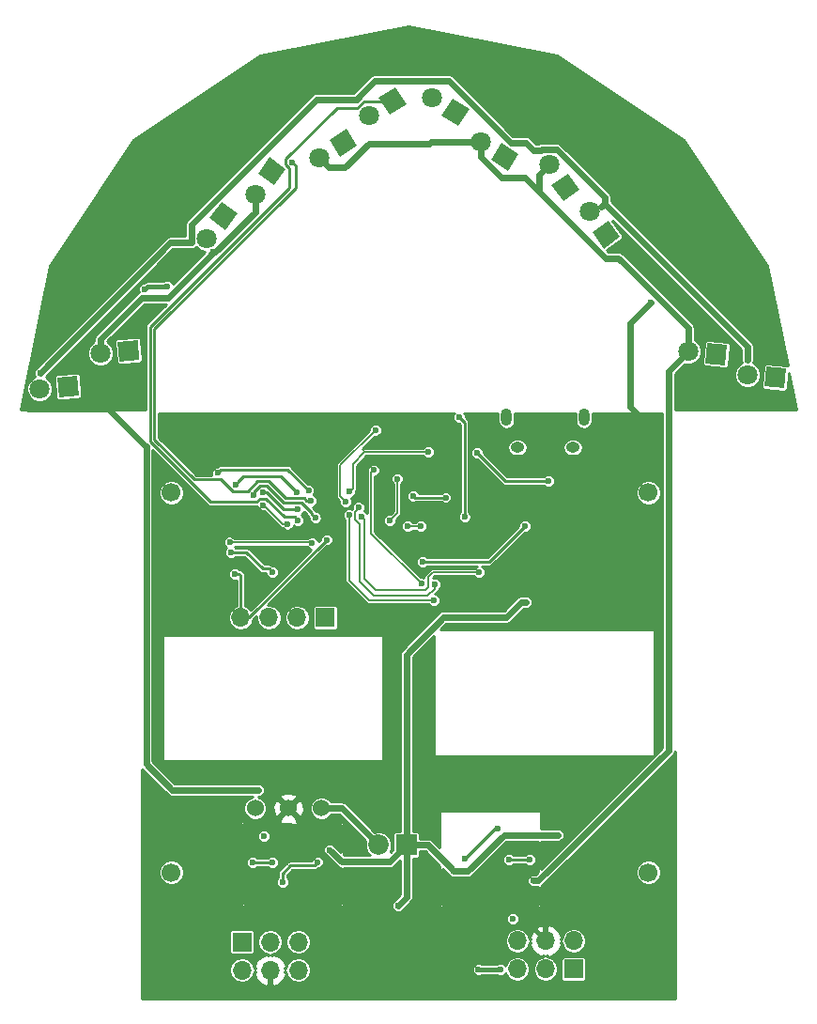
<source format=gbl>
G04 #@! TF.FileFunction,Copper,L2,Bot,Signal*
%FSLAX46Y46*%
G04 Gerber Fmt 4.6, Leading zero omitted, Abs format (unit mm)*
G04 Created by KiCad (PCBNEW 4.0.6) date 11/24/17 03:10:44*
%MOMM*%
%LPD*%
G01*
G04 APERTURE LIST*
%ADD10C,0.100000*%
%ADD11C,1.800000*%
%ADD12R,1.700000X1.700000*%
%ADD13O,1.700000X1.700000*%
%ADD14O,1.250000X0.950000*%
%ADD15O,1.000000X1.550000*%
%ADD16R,1.850000X1.850000*%
%ADD17C,1.850000*%
%ADD18C,1.524000*%
%ADD19C,1.700000*%
%ADD20C,0.600000*%
%ADD21C,0.600000*%
%ADD22C,0.250000*%
%ADD23C,0.400000*%
%ADD24C,0.160000*%
%ADD25C,0.254000*%
G04 APERTURE END LIST*
D10*
G36*
X128692571Y-38200284D02*
X127738716Y-39726771D01*
X126212229Y-38772916D01*
X127166084Y-37246429D01*
X128692571Y-38200284D01*
X128692571Y-38200284D01*
G37*
D11*
X125298358Y-37140605D03*
D10*
G36*
X113138716Y-35976429D02*
X114092571Y-37502916D01*
X112566084Y-38456771D01*
X111612229Y-36930284D01*
X113138716Y-35976429D01*
X113138716Y-35976429D01*
G37*
D11*
X110698358Y-38562595D03*
D10*
G36*
X106237819Y-38529112D02*
X107690347Y-39592202D01*
X106627257Y-41044730D01*
X105174729Y-39981640D01*
X106237819Y-38529112D01*
X106237819Y-38529112D01*
G37*
D11*
X104932400Y-41836600D03*
D12*
X133654800Y-111683800D03*
D13*
X133654800Y-109143800D03*
X131114800Y-111683800D03*
X131114800Y-109143800D03*
X128574800Y-111683800D03*
X128574800Y-109143800D03*
D10*
G36*
X147491686Y-55463581D02*
X147325419Y-57255886D01*
X145533114Y-57089619D01*
X145699381Y-55297314D01*
X147491686Y-55463581D01*
X147491686Y-55463581D01*
G37*
D11*
X143983259Y-56041979D03*
D10*
G36*
X134172740Y-41468264D02*
X132698266Y-42500702D01*
X131665828Y-41026228D01*
X133140302Y-39993790D01*
X134172740Y-41468264D01*
X134172740Y-41468264D01*
G37*
D11*
X131462400Y-39166600D03*
D10*
G36*
X94345236Y-55001207D02*
X94480197Y-56796140D01*
X92685264Y-56931101D01*
X92550303Y-55136168D01*
X94345236Y-55001207D01*
X94345236Y-55001207D01*
G37*
D11*
X90982400Y-56156600D03*
D10*
G36*
X101887681Y-42548791D02*
X103340209Y-43611881D01*
X102277119Y-45064409D01*
X100824591Y-44001319D01*
X101887681Y-42548791D01*
X101887681Y-42548791D01*
G37*
D11*
X100582262Y-45856279D03*
D10*
G36*
X88882386Y-58221653D02*
X89017347Y-60016586D01*
X87222414Y-60151547D01*
X87087453Y-58356614D01*
X88882386Y-58221653D01*
X88882386Y-58221653D01*
G37*
D11*
X85519550Y-59377046D03*
D10*
G36*
X117598716Y-32216429D02*
X118552571Y-33742916D01*
X117026084Y-34696771D01*
X116072229Y-33170284D01*
X117598716Y-32216429D01*
X117598716Y-32216429D01*
G37*
D11*
X115158358Y-34802595D03*
D10*
G36*
X137815856Y-45727618D02*
X136341382Y-46760056D01*
X135308944Y-45285582D01*
X136783418Y-44253144D01*
X137815856Y-45727618D01*
X137815856Y-45727618D01*
G37*
D11*
X135105516Y-43425954D03*
D10*
G36*
X124232571Y-34210284D02*
X123278716Y-35736771D01*
X121752229Y-34782916D01*
X122706084Y-33256429D01*
X124232571Y-34210284D01*
X124232571Y-34210284D01*
G37*
D11*
X120838358Y-33150605D03*
D10*
G36*
X152809627Y-57562202D02*
X152643360Y-59354507D01*
X150851055Y-59188240D01*
X151017322Y-57395935D01*
X152809627Y-57562202D01*
X152809627Y-57562202D01*
G37*
D11*
X149301200Y-58140600D03*
D12*
X103733600Y-109245400D03*
D13*
X103733600Y-111785400D03*
X106273600Y-109245400D03*
X106273600Y-111785400D03*
X108813600Y-109245400D03*
X108813600Y-111785400D03*
D14*
X133572400Y-64676600D03*
X128572400Y-64676600D03*
D15*
X134572400Y-61976600D03*
X127572400Y-61976600D03*
D16*
X118551200Y-100507800D03*
D17*
X116051200Y-100507800D03*
D18*
X110922400Y-97186600D03*
X107922400Y-97186600D03*
X104922400Y-97186600D03*
D19*
X97372000Y-68741400D03*
X140372000Y-68741400D03*
X140372000Y-102981400D03*
X97372000Y-102981400D03*
D12*
X111262400Y-80006600D03*
D13*
X108722400Y-80006600D03*
X106182400Y-80006600D03*
X103642400Y-80006600D03*
D20*
X128172400Y-107166600D03*
X105743200Y-99715300D03*
X117842400Y-105946600D03*
X129342400Y-78646600D03*
X132202400Y-99586600D03*
X111674100Y-100934500D03*
X122843300Y-102849400D03*
X114065435Y-33314385D03*
X99205513Y-46217062D03*
X85559900Y-57950100D03*
X120738900Y-31661100D03*
X136423400Y-42710100D03*
X149313900Y-56743600D03*
X105232400Y-95566600D03*
X98952400Y-41296600D03*
X115102400Y-30146600D03*
X125062400Y-31056600D03*
X139552400Y-43156600D03*
X152132400Y-54296600D03*
X85382400Y-54406600D03*
X124402400Y-68676600D03*
X94982400Y-50406600D03*
X97002400Y-50166600D03*
X116637079Y-68710720D03*
X121822400Y-72246600D03*
X122772400Y-76866600D03*
X140572400Y-51636600D03*
X139482400Y-61806600D03*
X116352410Y-70624755D03*
X126430019Y-102096846D03*
X111592400Y-70766600D03*
X107991200Y-101638800D03*
X109091200Y-101638800D03*
X128672600Y-103865400D03*
X126840850Y-99027911D03*
X123846600Y-101706400D03*
X107381500Y-103868200D03*
X110581900Y-102039400D03*
X118692400Y-71786600D03*
X119862412Y-71760999D03*
X117082621Y-71229791D03*
X117749488Y-67494732D03*
X114293017Y-70104088D03*
X121112400Y-77009598D03*
X113407267Y-70779123D03*
X121012400Y-78466600D03*
X114487278Y-70878219D03*
X125142400Y-75916600D03*
X115625626Y-66725317D03*
X119910555Y-76954755D03*
X108782337Y-71253852D03*
X105674501Y-69861939D03*
X107845651Y-71563758D03*
X105612172Y-68691927D03*
X108782515Y-70259276D03*
X104745556Y-68937546D03*
X110342400Y-71026600D03*
X127783600Y-101833400D03*
X129688600Y-101833400D03*
X106508749Y-102063410D03*
X104727200Y-102064800D03*
X101542400Y-66981569D03*
X109742400Y-68566600D03*
X109972528Y-69486395D03*
X108287860Y-38959319D03*
X120040400Y-74955400D03*
X129235200Y-71755000D03*
X119152400Y-69086600D03*
X122102400Y-69186600D03*
X124922400Y-65156600D03*
X131372400Y-67716600D03*
X113110191Y-69570773D03*
X115762400Y-63096600D03*
X120552400Y-65076600D03*
X113432844Y-68667860D03*
X110072800Y-73279800D03*
X102632400Y-73236600D03*
X106492400Y-75886600D03*
X102782400Y-74116600D03*
X127050800Y-111734600D03*
X125060109Y-111725109D03*
X101177368Y-47081243D03*
X130022400Y-103726600D03*
X120622400Y-37286600D03*
X137972400Y-47906600D03*
X103166738Y-68006022D03*
X108659774Y-68679255D03*
X103082400Y-76076600D03*
X111372400Y-72996600D03*
X123802400Y-70936600D03*
X123312400Y-61946600D03*
D21*
X118551200Y-100507800D02*
X118551200Y-105237800D01*
X118551200Y-105237800D02*
X117842400Y-105946600D01*
X121912400Y-79966600D02*
X118551200Y-83327800D01*
X118551200Y-83327800D02*
X118551200Y-100507800D01*
X127598136Y-79966600D02*
X121912400Y-79966600D01*
X129342400Y-78646600D02*
X128918136Y-78646600D01*
X128918136Y-78646600D02*
X127598136Y-79966600D01*
X127356100Y-99586600D02*
X132202400Y-99586600D01*
X122843300Y-102849400D02*
X124093300Y-102849400D01*
X124093300Y-102849400D02*
X127356100Y-99586600D01*
X117052400Y-102006600D02*
X112746200Y-102006600D01*
X112746200Y-102006600D02*
X111674100Y-100934500D01*
X118551200Y-100507800D02*
X117052400Y-102006600D01*
X118551200Y-100507800D02*
X120501700Y-100507800D01*
X120501700Y-100507800D02*
X122843300Y-102849400D01*
X85559900Y-57950100D02*
X97292938Y-46217062D01*
X98781249Y-46217062D02*
X99205513Y-46217062D01*
X97292938Y-46217062D02*
X98781249Y-46217062D01*
X120738900Y-31661100D02*
X115718720Y-31661100D01*
X114365434Y-33014386D02*
X114065435Y-33314385D01*
X113641171Y-33314385D02*
X114065435Y-33314385D01*
X110463370Y-33314385D02*
X113641171Y-33314385D01*
X99205513Y-44572242D02*
X110463370Y-33314385D01*
X115718720Y-31661100D02*
X114365434Y-33014386D01*
X99205513Y-46217062D02*
X99205513Y-44572242D01*
X136423400Y-42114798D02*
X136423400Y-42285836D01*
X132099211Y-37790609D02*
X136423400Y-42114798D01*
X130766143Y-37790609D02*
X132099211Y-37790609D01*
X130696143Y-37860609D02*
X130766143Y-37790609D01*
X129988657Y-37860609D02*
X130696143Y-37860609D01*
X136423400Y-42285836D02*
X136423400Y-42710100D01*
X129308657Y-37180609D02*
X129988657Y-37860609D01*
X127948657Y-37180609D02*
X129308657Y-37180609D01*
X122429148Y-31661100D02*
X127948657Y-37180609D01*
X120738900Y-31661100D02*
X122429148Y-31661100D01*
X136423400Y-42710100D02*
X136123401Y-43010099D01*
X149313900Y-56743600D02*
X149313900Y-55600600D01*
X149313900Y-55600600D02*
X136423400Y-42710100D01*
X91622400Y-61146600D02*
X84442400Y-61146600D01*
X95082400Y-64606600D02*
X91622400Y-61146600D01*
X95092400Y-64606600D02*
X95082400Y-64606600D01*
X95092400Y-93196600D02*
X95092400Y-64606600D01*
X97462400Y-95566600D02*
X95092400Y-93196600D01*
X105232400Y-95566600D02*
X97462400Y-95566600D01*
D22*
X124402400Y-68676600D02*
X124826664Y-68676600D01*
X124826664Y-68676600D02*
X125046664Y-68456600D01*
D23*
X128672600Y-103865400D02*
X128672600Y-106701600D01*
X128672600Y-106701600D02*
X131114800Y-109143800D01*
X97002400Y-50166600D02*
X95222400Y-50166600D01*
X95222400Y-50166600D02*
X94982400Y-50406600D01*
D22*
X116637079Y-68710720D02*
X116637079Y-68286456D01*
X116637079Y-68286456D02*
X116532400Y-68181777D01*
D21*
X121822400Y-72246600D02*
X121822400Y-72670864D01*
X121822400Y-72670864D02*
X121832400Y-72680864D01*
X122852400Y-77370864D02*
X122852400Y-78916600D01*
X122772400Y-76866600D02*
X122772400Y-77290864D01*
X122772400Y-77290864D02*
X122852400Y-77370864D01*
X138702400Y-53506600D02*
X138702400Y-61026600D01*
X138702400Y-61026600D02*
X139482400Y-61806600D01*
D22*
X138702400Y-54256600D02*
X138702400Y-53716600D01*
D21*
X140572400Y-51636600D02*
X138702400Y-53506600D01*
X138702400Y-53506600D02*
X138702400Y-53716600D01*
D22*
X138702400Y-61026600D02*
X138702400Y-54256600D01*
X138702400Y-54256600D02*
X138712400Y-54246600D01*
X123846600Y-101706400D02*
X126525089Y-99027911D01*
X126525089Y-99027911D02*
X126840850Y-99027911D01*
X108097501Y-102339399D02*
X107381500Y-103055400D01*
X107381500Y-103055400D02*
X107381500Y-103868200D01*
X110581900Y-102039400D02*
X110281901Y-102339399D01*
X110281901Y-102339399D02*
X108097501Y-102339399D01*
D24*
X118692400Y-71786600D02*
X119836811Y-71786600D01*
X119836811Y-71786600D02*
X119862412Y-71760999D01*
X117382620Y-70929792D02*
X117082621Y-71229791D01*
X117749488Y-70562924D02*
X117382620Y-70929792D01*
X117749488Y-67494732D02*
X117749488Y-70562924D01*
X113947277Y-70449828D02*
X113993018Y-70404087D01*
X114364302Y-76778502D02*
X114364302Y-71554445D01*
X121112400Y-77433862D02*
X120479662Y-78066600D01*
X115652400Y-78066600D02*
X114364302Y-76778502D01*
X120479662Y-78066600D02*
X115652400Y-78066600D01*
X113947277Y-71137420D02*
X113947277Y-70449828D01*
X121112400Y-77009598D02*
X121112400Y-77433862D01*
X114364302Y-71554445D02*
X113947277Y-71137420D01*
X113993018Y-70404087D02*
X114293017Y-70104088D01*
X113407267Y-76651467D02*
X113407267Y-71203387D01*
X115222400Y-78466600D02*
X113407267Y-76651467D01*
X121012400Y-78466600D02*
X115222400Y-78466600D01*
X113407267Y-71203387D02*
X113407267Y-70779123D01*
X120512400Y-76346600D02*
X120942400Y-75916600D01*
X120942400Y-75916600D02*
X125142400Y-75916600D01*
X120512400Y-77266600D02*
X120512400Y-76346600D01*
X120242400Y-77536600D02*
X120512400Y-77266600D01*
X115832400Y-77536600D02*
X120242400Y-77536600D01*
X114787277Y-76491477D02*
X115832400Y-77536600D01*
X114487278Y-70878219D02*
X114787277Y-71178218D01*
X114787277Y-71178218D02*
X114787277Y-76491477D01*
X115562400Y-66746600D02*
X115367503Y-66941497D01*
X115367503Y-66941497D02*
X115367503Y-72411703D01*
X119910555Y-76954755D02*
X115367503Y-72411703D01*
D22*
X108482338Y-70953853D02*
X108782337Y-71253852D01*
X112285320Y-34096600D02*
X107689494Y-38692426D01*
X107689494Y-38692426D02*
X107689494Y-39188283D01*
X105393700Y-69276938D02*
X105922224Y-69276938D01*
X114110551Y-34096600D02*
X112285320Y-34096600D01*
X107975357Y-39474146D02*
X107975357Y-41243800D01*
X107599139Y-70953853D02*
X108482338Y-70953853D01*
X95432389Y-64119259D02*
X100903824Y-69590694D01*
X117312400Y-33456600D02*
X114750551Y-33456600D01*
X95432389Y-53786768D02*
X95432389Y-64119259D01*
X107689494Y-39188283D02*
X107975357Y-39474146D01*
X114750551Y-33456600D02*
X114110551Y-34096600D01*
X107975357Y-41243800D02*
X95432389Y-53786768D01*
X100903824Y-69590694D02*
X105079944Y-69590694D01*
X105922224Y-69276938D02*
X107599139Y-70953853D01*
X105079944Y-69590694D02*
X105393700Y-69276938D01*
D24*
X107845651Y-71563758D02*
X107376320Y-71563758D01*
X107376320Y-71563758D02*
X105974500Y-70161938D01*
X105974500Y-70161938D02*
X105674501Y-69861939D01*
D22*
X108782515Y-70259276D02*
X107517483Y-70259276D01*
X107517483Y-70259276D02*
X105950134Y-68691927D01*
X105950134Y-68691927D02*
X105612172Y-68691927D01*
X110042401Y-70726601D02*
X110042401Y-70606261D01*
X109110407Y-69674267D02*
X107512317Y-69674267D01*
X104745556Y-68724549D02*
X104745556Y-68937546D01*
X105363180Y-68106925D02*
X104745556Y-68724549D01*
X107512317Y-69674267D02*
X105944975Y-68106925D01*
X105944975Y-68106925D02*
X105363180Y-68106925D01*
X110042401Y-70606261D02*
X109110407Y-69674267D01*
X110342400Y-71026600D02*
X110042401Y-70726601D01*
X129688600Y-101833400D02*
X127783600Y-101833400D01*
X104727200Y-102064800D02*
X106507359Y-102064800D01*
X106507359Y-102064800D02*
X106508749Y-102063410D01*
X109742400Y-68566600D02*
X107857370Y-66681570D01*
X107857370Y-66681570D02*
X101842399Y-66681570D01*
X101842399Y-66681570D02*
X101542400Y-66981569D01*
X106114807Y-67696914D02*
X107682149Y-69264256D01*
X95842400Y-54004603D02*
X95842400Y-63949428D01*
X105130384Y-67696914D02*
X106114807Y-67696914D01*
X108287860Y-38959319D02*
X108587859Y-39259318D01*
X101861493Y-67566579D02*
X102885937Y-68591023D01*
X99459551Y-67566579D02*
X101861493Y-67566579D01*
X95842400Y-63949428D02*
X99459551Y-67566579D01*
X108587859Y-41259144D02*
X95842400Y-54004603D01*
X108587859Y-39259318D02*
X108587859Y-41259144D01*
X109326125Y-69264256D02*
X109548264Y-69486395D01*
X104236275Y-68591023D02*
X105130384Y-67696914D01*
X107682149Y-69264256D02*
X109326125Y-69264256D01*
X102885937Y-68591023D02*
X104236275Y-68591023D01*
X109548264Y-69486395D02*
X109972528Y-69486395D01*
X129235200Y-71755000D02*
X126034800Y-74955400D01*
X126034800Y-74955400D02*
X120040400Y-74955400D01*
D21*
X116051200Y-100507800D02*
X112730000Y-97186600D01*
X112730000Y-97186600D02*
X110922400Y-97186600D01*
D22*
X122102400Y-69186600D02*
X119252400Y-69186600D01*
X119252400Y-69186600D02*
X119152400Y-69086600D01*
X131372400Y-67716600D02*
X127482400Y-67716600D01*
X127482400Y-67716600D02*
X124922400Y-65156600D01*
D24*
X112592400Y-66266600D02*
X112592400Y-69052982D01*
X115762400Y-63096600D02*
X112592400Y-66266600D01*
X112592400Y-69052982D02*
X112810192Y-69270774D01*
X112810192Y-69270774D02*
X113110191Y-69570773D01*
X113732843Y-66156157D02*
X114812400Y-65076600D01*
X114812400Y-65076600D02*
X120552400Y-65076600D01*
X113432844Y-68667860D02*
X113732843Y-68367861D01*
X113732843Y-68367861D02*
X113732843Y-66156157D01*
X102632400Y-73236600D02*
X110029600Y-73236600D01*
X110029600Y-73236600D02*
X110072800Y-73279800D01*
D22*
X106492400Y-75886600D02*
X106192401Y-75586601D01*
X106192401Y-75586601D02*
X105592401Y-75586601D01*
X105592401Y-75586601D02*
X104122400Y-74116600D01*
X104122400Y-74116600D02*
X102782400Y-74116600D01*
D23*
X125060109Y-111725109D02*
X127041309Y-111725109D01*
X127041309Y-111725109D02*
X127050800Y-111734600D01*
D21*
X128524000Y-111734600D02*
X128574800Y-111683800D01*
X100877369Y-47381242D02*
X101177368Y-47081243D01*
X94699606Y-51166602D02*
X97092009Y-51166602D01*
X90982400Y-54883808D02*
X94699606Y-51166602D01*
X90982400Y-56156600D02*
X90982400Y-54883808D01*
X97092009Y-51166602D02*
X100877369Y-47381242D01*
X104932400Y-43459426D02*
X101310583Y-47081243D01*
X101310583Y-47081243D02*
X101177368Y-47081243D01*
X104932400Y-41836600D02*
X104932400Y-43459426D01*
X143983259Y-56041979D02*
X143983259Y-53917459D01*
X143983259Y-53917459D02*
X137972400Y-47906600D01*
X142202400Y-91970864D02*
X142202400Y-57822838D01*
X142202400Y-57822838D02*
X143983259Y-56041979D01*
X130022400Y-103726600D02*
X130446664Y-103726600D01*
X130446664Y-103726600D02*
X142202400Y-91970864D01*
X111598357Y-39462594D02*
X110698358Y-38562595D01*
X113038654Y-39462594D02*
X111598357Y-39462594D01*
X115214648Y-37286600D02*
X113038654Y-39462594D01*
X120622400Y-37286600D02*
X115214648Y-37286600D01*
X125298358Y-37140605D02*
X120768395Y-37140605D01*
X120768395Y-37140605D02*
X120622400Y-37286600D01*
X125298358Y-38509600D02*
X125298358Y-38413397D01*
X127151349Y-40362591D02*
X125298358Y-38509600D01*
X125298358Y-38413397D02*
X125298358Y-37140605D01*
X129293363Y-40362591D02*
X127151349Y-40362591D01*
X130562401Y-41631629D02*
X129293363Y-40362591D01*
X137972400Y-47906600D02*
X137672401Y-47606601D01*
X137672401Y-47606601D02*
X136537373Y-47606601D01*
X136537373Y-47606601D02*
X130562401Y-41631629D01*
X130562401Y-41631629D02*
X130562401Y-40066599D01*
X130562401Y-40066599D02*
X131462400Y-39166600D01*
D22*
X107267422Y-67286903D02*
X103885857Y-67286903D01*
X103885857Y-67286903D02*
X103466737Y-67706023D01*
X103466737Y-67706023D02*
X103166738Y-68006022D01*
X108659774Y-68679255D02*
X107267422Y-67286903D01*
X103082400Y-76076600D02*
X103506664Y-76076600D01*
X103506664Y-76076600D02*
X103642400Y-76212336D01*
X103642400Y-76212336D02*
X103642400Y-78804519D01*
X103642400Y-78804519D02*
X103642400Y-80006600D01*
X111372400Y-72996600D02*
X104362400Y-80006600D01*
X104362400Y-80006600D02*
X103642400Y-80006600D01*
X123312400Y-61946600D02*
X123802400Y-62436600D01*
X123802400Y-62436600D02*
X123802400Y-70936600D01*
D25*
G36*
X112702693Y-98685894D02*
X112700632Y-101130889D01*
X112089172Y-100519428D01*
X112089171Y-100519427D01*
X112007043Y-100437156D01*
X111791374Y-100347602D01*
X111557851Y-100347398D01*
X111342026Y-100436575D01*
X111176756Y-100601557D01*
X111087202Y-100817226D01*
X111086998Y-101050749D01*
X111176175Y-101266574D01*
X111341157Y-101431844D01*
X111341402Y-101431946D01*
X112331126Y-102421669D01*
X112331128Y-102421672D01*
X112503347Y-102536744D01*
X112521565Y-102548917D01*
X112699407Y-102584292D01*
X112696707Y-105788365D01*
X103938070Y-105785935D01*
X103913350Y-103984449D01*
X106794398Y-103984449D01*
X106883575Y-104200274D01*
X107048557Y-104365544D01*
X107264226Y-104455098D01*
X107497749Y-104455302D01*
X107713574Y-104366125D01*
X107878844Y-104201143D01*
X107968398Y-103985474D01*
X107968602Y-103751951D01*
X107879425Y-103536126D01*
X107793500Y-103450051D01*
X107793500Y-103226056D01*
X108268157Y-102751399D01*
X110281901Y-102751399D01*
X110439567Y-102720037D01*
X110573229Y-102630727D01*
X110577559Y-102626397D01*
X110698149Y-102626502D01*
X110913974Y-102537325D01*
X111079244Y-102372343D01*
X111168798Y-102156674D01*
X111169002Y-101923151D01*
X111079825Y-101707326D01*
X110914843Y-101542056D01*
X110699174Y-101452502D01*
X110465651Y-101452298D01*
X110249826Y-101541475D01*
X110084556Y-101706457D01*
X109995002Y-101922126D01*
X109994997Y-101927399D01*
X108097501Y-101927399D01*
X107939835Y-101958761D01*
X107868239Y-102006600D01*
X107806173Y-102048071D01*
X107090172Y-102764072D01*
X107000862Y-102897734D01*
X106969500Y-103055400D01*
X106969500Y-103450062D01*
X106884156Y-103535257D01*
X106794602Y-103750926D01*
X106794398Y-103984449D01*
X103913350Y-103984449D01*
X103888603Y-102181049D01*
X104140098Y-102181049D01*
X104229275Y-102396874D01*
X104394257Y-102562144D01*
X104609926Y-102651698D01*
X104843449Y-102651902D01*
X105059274Y-102562725D01*
X105145349Y-102476800D01*
X106091998Y-102476800D01*
X106175806Y-102560754D01*
X106391475Y-102650308D01*
X106624998Y-102650512D01*
X106840823Y-102561335D01*
X107006093Y-102396353D01*
X107095647Y-102180684D01*
X107095851Y-101947161D01*
X107006674Y-101731336D01*
X106841692Y-101566066D01*
X106626023Y-101476512D01*
X106392500Y-101476308D01*
X106176675Y-101565485D01*
X106089208Y-101652800D01*
X105145338Y-101652800D01*
X105060143Y-101567456D01*
X104844474Y-101477902D01*
X104610951Y-101477698D01*
X104395126Y-101566875D01*
X104229856Y-101731857D01*
X104140302Y-101947526D01*
X104140098Y-102181049D01*
X103888603Y-102181049D01*
X103856363Y-99831549D01*
X105156098Y-99831549D01*
X105245275Y-100047374D01*
X105410257Y-100212644D01*
X105625926Y-100302198D01*
X105859449Y-100302402D01*
X106075274Y-100213225D01*
X106240544Y-100048243D01*
X106330098Y-99832574D01*
X106330302Y-99599051D01*
X106241125Y-99383226D01*
X106076143Y-99217956D01*
X105860474Y-99128402D01*
X105626951Y-99128198D01*
X105411126Y-99217375D01*
X105245856Y-99382357D01*
X105156302Y-99598026D01*
X105156098Y-99831549D01*
X103856363Y-99831549D01*
X103839964Y-98636519D01*
X112702693Y-98685894D01*
X112702693Y-98685894D01*
G37*
X112702693Y-98685894D02*
X112700632Y-101130889D01*
X112089172Y-100519428D01*
X112089171Y-100519427D01*
X112007043Y-100437156D01*
X111791374Y-100347602D01*
X111557851Y-100347398D01*
X111342026Y-100436575D01*
X111176756Y-100601557D01*
X111087202Y-100817226D01*
X111086998Y-101050749D01*
X111176175Y-101266574D01*
X111341157Y-101431844D01*
X111341402Y-101431946D01*
X112331126Y-102421669D01*
X112331128Y-102421672D01*
X112503347Y-102536744D01*
X112521565Y-102548917D01*
X112699407Y-102584292D01*
X112696707Y-105788365D01*
X103938070Y-105785935D01*
X103913350Y-103984449D01*
X106794398Y-103984449D01*
X106883575Y-104200274D01*
X107048557Y-104365544D01*
X107264226Y-104455098D01*
X107497749Y-104455302D01*
X107713574Y-104366125D01*
X107878844Y-104201143D01*
X107968398Y-103985474D01*
X107968602Y-103751951D01*
X107879425Y-103536126D01*
X107793500Y-103450051D01*
X107793500Y-103226056D01*
X108268157Y-102751399D01*
X110281901Y-102751399D01*
X110439567Y-102720037D01*
X110573229Y-102630727D01*
X110577559Y-102626397D01*
X110698149Y-102626502D01*
X110913974Y-102537325D01*
X111079244Y-102372343D01*
X111168798Y-102156674D01*
X111169002Y-101923151D01*
X111079825Y-101707326D01*
X110914843Y-101542056D01*
X110699174Y-101452502D01*
X110465651Y-101452298D01*
X110249826Y-101541475D01*
X110084556Y-101706457D01*
X109995002Y-101922126D01*
X109994997Y-101927399D01*
X108097501Y-101927399D01*
X107939835Y-101958761D01*
X107868239Y-102006600D01*
X107806173Y-102048071D01*
X107090172Y-102764072D01*
X107000862Y-102897734D01*
X106969500Y-103055400D01*
X106969500Y-103450062D01*
X106884156Y-103535257D01*
X106794602Y-103750926D01*
X106794398Y-103984449D01*
X103913350Y-103984449D01*
X103888603Y-102181049D01*
X104140098Y-102181049D01*
X104229275Y-102396874D01*
X104394257Y-102562144D01*
X104609926Y-102651698D01*
X104843449Y-102651902D01*
X105059274Y-102562725D01*
X105145349Y-102476800D01*
X106091998Y-102476800D01*
X106175806Y-102560754D01*
X106391475Y-102650308D01*
X106624998Y-102650512D01*
X106840823Y-102561335D01*
X107006093Y-102396353D01*
X107095647Y-102180684D01*
X107095851Y-101947161D01*
X107006674Y-101731336D01*
X106841692Y-101566066D01*
X106626023Y-101476512D01*
X106392500Y-101476308D01*
X106176675Y-101565485D01*
X106089208Y-101652800D01*
X105145338Y-101652800D01*
X105060143Y-101567456D01*
X104844474Y-101477902D01*
X104610951Y-101477698D01*
X104395126Y-101566875D01*
X104229856Y-101731857D01*
X104140302Y-101947526D01*
X104140098Y-102181049D01*
X103888603Y-102181049D01*
X103856363Y-99831549D01*
X105156098Y-99831549D01*
X105245275Y-100047374D01*
X105410257Y-100212644D01*
X105625926Y-100302198D01*
X105859449Y-100302402D01*
X106075274Y-100213225D01*
X106240544Y-100048243D01*
X106330098Y-99832574D01*
X106330302Y-99599051D01*
X106241125Y-99383226D01*
X106076143Y-99217956D01*
X105860474Y-99128402D01*
X105626951Y-99128198D01*
X105411126Y-99217375D01*
X105245856Y-99382357D01*
X105156302Y-99598026D01*
X105156098Y-99831549D01*
X103856363Y-99831549D01*
X103839964Y-98636519D01*
X112702693Y-98685894D01*
G36*
X130450600Y-102892520D02*
X130203520Y-103139600D01*
X130022912Y-103139600D01*
X129906151Y-103139498D01*
X129690326Y-103228675D01*
X129525056Y-103393657D01*
X129435502Y-103609326D01*
X129435298Y-103842849D01*
X129524475Y-104058674D01*
X129689457Y-104223944D01*
X129905126Y-104313498D01*
X130138649Y-104313702D01*
X130138896Y-104313600D01*
X130446664Y-104313600D01*
X130450600Y-104312817D01*
X130450600Y-105897400D01*
X121814600Y-105897400D01*
X121814600Y-102650843D01*
X122427866Y-103264109D01*
X122510357Y-103346744D01*
X122726026Y-103436298D01*
X122959549Y-103436502D01*
X122959796Y-103436400D01*
X124093300Y-103436400D01*
X124317935Y-103391717D01*
X124508372Y-103264472D01*
X125823195Y-101949649D01*
X127196498Y-101949649D01*
X127285675Y-102165474D01*
X127450657Y-102330744D01*
X127666326Y-102420298D01*
X127899849Y-102420502D01*
X128115674Y-102331325D01*
X128201749Y-102245400D01*
X129270462Y-102245400D01*
X129355657Y-102330744D01*
X129571326Y-102420298D01*
X129804849Y-102420502D01*
X130020674Y-102331325D01*
X130185944Y-102166343D01*
X130275498Y-101950674D01*
X130275702Y-101717151D01*
X130186525Y-101501326D01*
X130021543Y-101336056D01*
X129805874Y-101246502D01*
X129572351Y-101246298D01*
X129356526Y-101335475D01*
X129270451Y-101421400D01*
X128201738Y-101421400D01*
X128116543Y-101336056D01*
X127900874Y-101246502D01*
X127667351Y-101246298D01*
X127451526Y-101335475D01*
X127286256Y-101500457D01*
X127196702Y-101716126D01*
X127196498Y-101949649D01*
X125823195Y-101949649D01*
X127599244Y-100173600D01*
X130450600Y-100173600D01*
X130450600Y-102892520D01*
X130450600Y-102892520D01*
G37*
X130450600Y-102892520D02*
X130203520Y-103139600D01*
X130022912Y-103139600D01*
X129906151Y-103139498D01*
X129690326Y-103228675D01*
X129525056Y-103393657D01*
X129435502Y-103609326D01*
X129435298Y-103842849D01*
X129524475Y-104058674D01*
X129689457Y-104223944D01*
X129905126Y-104313498D01*
X130138649Y-104313702D01*
X130138896Y-104313600D01*
X130446664Y-104313600D01*
X130450600Y-104312817D01*
X130450600Y-105897400D01*
X121814600Y-105897400D01*
X121814600Y-102650843D01*
X122427866Y-103264109D01*
X122510357Y-103346744D01*
X122726026Y-103436298D01*
X122959549Y-103436502D01*
X122959796Y-103436400D01*
X124093300Y-103436400D01*
X124317935Y-103391717D01*
X124508372Y-103264472D01*
X125823195Y-101949649D01*
X127196498Y-101949649D01*
X127285675Y-102165474D01*
X127450657Y-102330744D01*
X127666326Y-102420298D01*
X127899849Y-102420502D01*
X128115674Y-102331325D01*
X128201749Y-102245400D01*
X129270462Y-102245400D01*
X129355657Y-102330744D01*
X129571326Y-102420298D01*
X129804849Y-102420502D01*
X130020674Y-102331325D01*
X130185944Y-102166343D01*
X130275498Y-101950674D01*
X130275702Y-101717151D01*
X130186525Y-101501326D01*
X130021543Y-101336056D01*
X129805874Y-101246502D01*
X129572351Y-101246298D01*
X129356526Y-101335475D01*
X129270451Y-101421400D01*
X128201738Y-101421400D01*
X128116543Y-101336056D01*
X127900874Y-101246502D01*
X127667351Y-101246298D01*
X127451526Y-101335475D01*
X127286256Y-101500457D01*
X127196702Y-101716126D01*
X127196498Y-101949649D01*
X125823195Y-101949649D01*
X127599244Y-100173600D01*
X130450600Y-100173600D01*
X130450600Y-102892520D01*
G36*
X122815056Y-61613657D02*
X122725502Y-61829326D01*
X122725298Y-62062849D01*
X122814475Y-62278674D01*
X122979457Y-62443944D01*
X123195126Y-62533498D01*
X123316748Y-62533604D01*
X123390400Y-62607256D01*
X123390400Y-70518462D01*
X123305056Y-70603657D01*
X123215502Y-70819326D01*
X123215298Y-71052849D01*
X123304475Y-71268674D01*
X123469457Y-71433944D01*
X123685126Y-71523498D01*
X123918649Y-71523702D01*
X124134474Y-71434525D01*
X124299744Y-71269543D01*
X124389298Y-71053874D01*
X124389502Y-70820351D01*
X124300325Y-70604526D01*
X124214400Y-70518451D01*
X124214400Y-68966571D01*
X139234803Y-68966571D01*
X139407536Y-69384617D01*
X139727100Y-69704740D01*
X140144845Y-69878202D01*
X140597171Y-69878597D01*
X141015217Y-69705864D01*
X141335340Y-69386300D01*
X141508802Y-68968555D01*
X141509197Y-68516229D01*
X141336464Y-68098183D01*
X141016900Y-67778060D01*
X140599155Y-67604598D01*
X140146829Y-67604203D01*
X139728783Y-67776936D01*
X139408660Y-68096500D01*
X139235198Y-68514245D01*
X139234803Y-68966571D01*
X124214400Y-68966571D01*
X124214400Y-65272849D01*
X124335298Y-65272849D01*
X124424475Y-65488674D01*
X124589457Y-65653944D01*
X124805126Y-65743498D01*
X124926748Y-65743604D01*
X127191072Y-68007928D01*
X127324735Y-68097239D01*
X127482400Y-68128600D01*
X130954262Y-68128600D01*
X131039457Y-68213944D01*
X131255126Y-68303498D01*
X131488649Y-68303702D01*
X131704474Y-68214525D01*
X131869744Y-68049543D01*
X131959298Y-67833874D01*
X131959502Y-67600351D01*
X131870325Y-67384526D01*
X131705343Y-67219256D01*
X131489674Y-67129702D01*
X131256151Y-67129498D01*
X131040326Y-67218675D01*
X130954251Y-67304600D01*
X127653056Y-67304600D01*
X125509397Y-65160941D01*
X125509502Y-65040351D01*
X125420325Y-64824526D01*
X125272657Y-64676600D01*
X127642533Y-64676600D01*
X127700537Y-64968205D01*
X127865718Y-65215415D01*
X128112928Y-65380596D01*
X128404533Y-65438600D01*
X128740267Y-65438600D01*
X129031872Y-65380596D01*
X129279082Y-65215415D01*
X129444263Y-64968205D01*
X129502267Y-64676600D01*
X132642533Y-64676600D01*
X132700537Y-64968205D01*
X132865718Y-65215415D01*
X133112928Y-65380596D01*
X133404533Y-65438600D01*
X133740267Y-65438600D01*
X134031872Y-65380596D01*
X134279082Y-65215415D01*
X134444263Y-64968205D01*
X134502267Y-64676600D01*
X134444263Y-64384995D01*
X134279082Y-64137785D01*
X134031872Y-63972604D01*
X133740267Y-63914600D01*
X133404533Y-63914600D01*
X133112928Y-63972604D01*
X132865718Y-64137785D01*
X132700537Y-64384995D01*
X132642533Y-64676600D01*
X129502267Y-64676600D01*
X129444263Y-64384995D01*
X129279082Y-64137785D01*
X129031872Y-63972604D01*
X128740267Y-63914600D01*
X128404533Y-63914600D01*
X128112928Y-63972604D01*
X127865718Y-64137785D01*
X127700537Y-64384995D01*
X127642533Y-64676600D01*
X125272657Y-64676600D01*
X125255343Y-64659256D01*
X125039674Y-64569702D01*
X124806151Y-64569498D01*
X124590326Y-64658675D01*
X124425056Y-64823657D01*
X124335502Y-65039326D01*
X124335298Y-65272849D01*
X124214400Y-65272849D01*
X124214400Y-62436600D01*
X124183039Y-62278935D01*
X124093728Y-62145272D01*
X123899397Y-61950941D01*
X123899502Y-61830351D01*
X123810325Y-61614526D01*
X123759488Y-61563600D01*
X126808711Y-61563600D01*
X126785400Y-61680794D01*
X126785400Y-62272406D01*
X126845307Y-62573578D01*
X127015907Y-62828899D01*
X127271228Y-62999499D01*
X127572400Y-63059406D01*
X127873572Y-62999499D01*
X128128893Y-62828899D01*
X128299493Y-62573578D01*
X128359400Y-62272406D01*
X128359400Y-61680794D01*
X128336089Y-61563600D01*
X133808711Y-61563600D01*
X133785400Y-61680794D01*
X133785400Y-62272406D01*
X133845307Y-62573578D01*
X134015907Y-62828899D01*
X134271228Y-62999499D01*
X134572400Y-63059406D01*
X134873572Y-62999499D01*
X135128893Y-62828899D01*
X135299493Y-62573578D01*
X135359400Y-62272406D01*
X135359400Y-61680794D01*
X135336089Y-61563600D01*
X141615400Y-61563600D01*
X141615400Y-91727721D01*
X130704600Y-102638520D01*
X130704600Y-100173600D01*
X132201887Y-100173600D01*
X132318649Y-100173702D01*
X132534474Y-100084525D01*
X132699744Y-99919543D01*
X132789298Y-99703874D01*
X132789502Y-99470351D01*
X132700325Y-99254526D01*
X132535343Y-99089256D01*
X132319674Y-98999702D01*
X132086151Y-98999498D01*
X132085904Y-98999600D01*
X130704600Y-98999600D01*
X130704600Y-97515400D01*
X130695915Y-97469241D01*
X130668635Y-97426847D01*
X130627010Y-97398406D01*
X130577600Y-97388400D01*
X121687600Y-97388400D01*
X121641441Y-97397085D01*
X121599047Y-97424365D01*
X121570606Y-97465990D01*
X121560600Y-97515400D01*
X121560600Y-100736556D01*
X120916772Y-100092728D01*
X120726335Y-99965483D01*
X120501700Y-99920800D01*
X119768822Y-99920800D01*
X119768822Y-99582800D01*
X119748810Y-99476444D01*
X119685954Y-99378763D01*
X119590046Y-99313232D01*
X119476200Y-99290178D01*
X119138200Y-99290178D01*
X119138200Y-83570944D01*
X121030400Y-81678743D01*
X121030400Y-92262935D01*
X121028000Y-92275000D01*
X121044899Y-92359956D01*
X121093022Y-92431978D01*
X121165044Y-92480101D01*
X121165052Y-92480103D01*
X121167444Y-92481701D01*
X121252400Y-92498600D01*
X121260444Y-92497000D01*
X140744356Y-92497000D01*
X140752400Y-92498600D01*
X140837356Y-92481701D01*
X140909378Y-92433578D01*
X140957501Y-92361556D01*
X140974400Y-92276600D01*
X140974400Y-81276600D01*
X140957501Y-81191644D01*
X140909378Y-81119622D01*
X140837356Y-81071499D01*
X140837348Y-81071497D01*
X140834956Y-81069899D01*
X140750000Y-81053000D01*
X121656143Y-81053000D01*
X122155543Y-80553600D01*
X127598136Y-80553600D01*
X127822771Y-80508917D01*
X128013208Y-80381672D01*
X129161280Y-79233600D01*
X129341887Y-79233600D01*
X129458649Y-79233702D01*
X129674474Y-79144525D01*
X129839744Y-78979543D01*
X129929298Y-78763874D01*
X129929502Y-78530351D01*
X129840325Y-78314526D01*
X129675343Y-78149256D01*
X129459674Y-78059702D01*
X129226151Y-78059498D01*
X129225904Y-78059600D01*
X128918141Y-78059600D01*
X128918136Y-78059599D01*
X128693501Y-78104283D01*
X128503064Y-78231528D01*
X127354992Y-79379600D01*
X121912405Y-79379600D01*
X121912400Y-79379599D01*
X121687765Y-79424283D01*
X121497328Y-79551528D01*
X121497326Y-79551531D01*
X118136128Y-82912728D01*
X118008883Y-83103165D01*
X117964200Y-83327800D01*
X117964200Y-99290178D01*
X117626200Y-99290178D01*
X117519844Y-99310190D01*
X117422163Y-99373046D01*
X117356632Y-99468954D01*
X117333578Y-99582800D01*
X117333578Y-100895278D01*
X117109660Y-101119197D01*
X117262989Y-100749939D01*
X117263409Y-100267776D01*
X117079282Y-99822154D01*
X116738639Y-99480916D01*
X116293339Y-99296011D01*
X115811176Y-99295591D01*
X115710665Y-99337121D01*
X113145072Y-96771528D01*
X112954635Y-96644283D01*
X112730000Y-96599600D01*
X111814875Y-96599600D01*
X111812217Y-96593166D01*
X111517387Y-96297820D01*
X111131974Y-96137783D01*
X110714656Y-96137418D01*
X110328966Y-96296783D01*
X110033620Y-96591613D01*
X109873583Y-96977026D01*
X109873218Y-97394344D01*
X110032583Y-97780034D01*
X110327413Y-98075380D01*
X110712826Y-98235417D01*
X111130144Y-98235782D01*
X111515834Y-98076417D01*
X111811180Y-97781587D01*
X111814496Y-97773600D01*
X112486856Y-97773600D01*
X114880343Y-100167087D01*
X114839411Y-100265661D01*
X114838991Y-100747824D01*
X115023118Y-101193446D01*
X115248878Y-101419600D01*
X112989343Y-101419600D01*
X112954419Y-101384676D01*
X112956800Y-98559707D01*
X112948370Y-98514101D01*
X112921327Y-98471555D01*
X112879861Y-98442883D01*
X112830508Y-98432602D01*
X108652745Y-98409328D01*
X108653543Y-98408997D01*
X108723008Y-98166813D01*
X107922400Y-97366205D01*
X107121792Y-98166813D01*
X107189013Y-98401173D01*
X103711908Y-98381802D01*
X103663422Y-98391130D01*
X103621406Y-98418989D01*
X103593539Y-98461000D01*
X103584212Y-98510543D01*
X103685812Y-105914643D01*
X103694473Y-105959026D01*
X103721741Y-106001428D01*
X103763357Y-106029880D01*
X103812765Y-106039900D01*
X112823565Y-106042400D01*
X112869659Y-106033753D01*
X112912077Y-106006509D01*
X112940553Y-105964909D01*
X112950600Y-105915507D01*
X112953400Y-102593600D01*
X117052400Y-102593600D01*
X117277035Y-102548917D01*
X117467472Y-102421672D01*
X117964200Y-101924944D01*
X117964200Y-104994657D01*
X117427328Y-105531528D01*
X117345056Y-105613657D01*
X117255502Y-105829326D01*
X117255298Y-106062849D01*
X117344475Y-106278674D01*
X117509457Y-106443944D01*
X117725126Y-106533498D01*
X117958649Y-106533702D01*
X118174474Y-106444525D01*
X118339744Y-106279543D01*
X118339846Y-106279298D01*
X118966269Y-105652874D01*
X118966272Y-105652872D01*
X119093517Y-105462435D01*
X119138201Y-105237800D01*
X119138200Y-105237795D01*
X119138200Y-101725422D01*
X119476200Y-101725422D01*
X119582556Y-101705410D01*
X119680237Y-101642554D01*
X119745768Y-101546646D01*
X119768822Y-101432800D01*
X119768822Y-101094800D01*
X120258556Y-101094800D01*
X121560600Y-102396843D01*
X121560600Y-106024400D01*
X121569285Y-106070559D01*
X121596565Y-106112953D01*
X121638190Y-106141394D01*
X121687600Y-106151400D01*
X130577600Y-106151400D01*
X130623759Y-106142715D01*
X130666153Y-106115435D01*
X130694594Y-106073810D01*
X130704600Y-106024400D01*
X130704600Y-104246666D01*
X130861736Y-104141672D01*
X131796836Y-103206571D01*
X139234803Y-103206571D01*
X139407536Y-103624617D01*
X139727100Y-103944740D01*
X140144845Y-104118202D01*
X140597171Y-104118597D01*
X141015217Y-103945864D01*
X141335340Y-103626300D01*
X141508802Y-103208555D01*
X141509197Y-102756229D01*
X141336464Y-102338183D01*
X141016900Y-102018060D01*
X140599155Y-101844598D01*
X140146829Y-101844203D01*
X139728783Y-102016936D01*
X139408660Y-102336500D01*
X139235198Y-102754245D01*
X139234803Y-103206571D01*
X131796836Y-103206571D01*
X142617469Y-92385938D01*
X142617472Y-92385936D01*
X142744717Y-92195499D01*
X142760400Y-92116656D01*
X142760400Y-114314600D01*
X94744400Y-114314600D01*
X94744400Y-111763125D01*
X102596600Y-111763125D01*
X102596600Y-111807675D01*
X102683149Y-112242786D01*
X102929620Y-112611655D01*
X103298489Y-112858126D01*
X103733600Y-112944675D01*
X104168711Y-112858126D01*
X104537580Y-112611655D01*
X104784051Y-112242786D01*
X104849768Y-111912402D01*
X104952780Y-111912402D01*
X104832114Y-112142292D01*
X105078417Y-112666758D01*
X105506676Y-113057045D01*
X105916710Y-113226876D01*
X106146600Y-113105555D01*
X106146600Y-111912400D01*
X106126600Y-111912400D01*
X106126600Y-111658400D01*
X106146600Y-111658400D01*
X106146600Y-111638400D01*
X106400600Y-111638400D01*
X106400600Y-111658400D01*
X106420600Y-111658400D01*
X106420600Y-111912400D01*
X106400600Y-111912400D01*
X106400600Y-113105555D01*
X106630490Y-113226876D01*
X107040524Y-113057045D01*
X107468783Y-112666758D01*
X107715086Y-112142292D01*
X107594420Y-111912402D01*
X107697432Y-111912402D01*
X107763149Y-112242786D01*
X108009620Y-112611655D01*
X108378489Y-112858126D01*
X108813600Y-112944675D01*
X109248711Y-112858126D01*
X109617580Y-112611655D01*
X109864051Y-112242786D01*
X109943900Y-111841358D01*
X124473007Y-111841358D01*
X124562184Y-112057183D01*
X124727166Y-112222453D01*
X124942835Y-112312007D01*
X125176358Y-112312211D01*
X125392183Y-112223034D01*
X125403127Y-112212109D01*
X126698057Y-112212109D01*
X126717857Y-112231944D01*
X126933526Y-112321498D01*
X127167049Y-112321702D01*
X127382874Y-112232525D01*
X127516069Y-112099562D01*
X127524349Y-112141186D01*
X127770820Y-112510055D01*
X128139689Y-112756526D01*
X128574800Y-112843075D01*
X129009911Y-112756526D01*
X129378780Y-112510055D01*
X129625251Y-112141186D01*
X129711800Y-111706075D01*
X129711800Y-111661525D01*
X129625251Y-111226414D01*
X129378780Y-110857545D01*
X129009911Y-110611074D01*
X128574800Y-110524525D01*
X128139689Y-110611074D01*
X127770820Y-110857545D01*
X127524349Y-111226414D01*
X127499189Y-111352903D01*
X127383743Y-111237256D01*
X127168074Y-111147702D01*
X126934551Y-111147498D01*
X126718726Y-111236675D01*
X126717289Y-111238109D01*
X125403378Y-111238109D01*
X125393052Y-111227765D01*
X125177383Y-111138211D01*
X124943860Y-111138007D01*
X124728035Y-111227184D01*
X124562765Y-111392166D01*
X124473211Y-111607835D01*
X124473007Y-111841358D01*
X109943900Y-111841358D01*
X109950600Y-111807675D01*
X109950600Y-111763125D01*
X109864051Y-111328014D01*
X109617580Y-110959145D01*
X109248711Y-110712674D01*
X108813600Y-110626125D01*
X108378489Y-110712674D01*
X108009620Y-110959145D01*
X107763149Y-111328014D01*
X107697432Y-111658398D01*
X107594420Y-111658398D01*
X107715086Y-111428508D01*
X107468783Y-110904042D01*
X107040524Y-110513755D01*
X106630490Y-110343924D01*
X106400602Y-110465244D01*
X106400602Y-110379413D01*
X106708711Y-110318126D01*
X107077580Y-110071655D01*
X107324051Y-109702786D01*
X107410600Y-109267675D01*
X107410600Y-109223125D01*
X107676600Y-109223125D01*
X107676600Y-109267675D01*
X107763149Y-109702786D01*
X108009620Y-110071655D01*
X108378489Y-110318126D01*
X108813600Y-110404675D01*
X109248711Y-110318126D01*
X109617580Y-110071655D01*
X109864051Y-109702786D01*
X109950600Y-109267675D01*
X109950600Y-109223125D01*
X109930391Y-109121525D01*
X127437800Y-109121525D01*
X127437800Y-109166075D01*
X127524349Y-109601186D01*
X127770820Y-109970055D01*
X128139689Y-110216526D01*
X128574800Y-110303075D01*
X129009911Y-110216526D01*
X129378780Y-109970055D01*
X129625251Y-109601186D01*
X129690968Y-109270802D01*
X129793980Y-109270802D01*
X129673314Y-109500692D01*
X129919617Y-110025158D01*
X130347876Y-110415445D01*
X130757910Y-110585276D01*
X130987798Y-110463956D01*
X130987798Y-110549787D01*
X130679689Y-110611074D01*
X130310820Y-110857545D01*
X130064349Y-111226414D01*
X129977800Y-111661525D01*
X129977800Y-111706075D01*
X130064349Y-112141186D01*
X130310820Y-112510055D01*
X130679689Y-112756526D01*
X131114800Y-112843075D01*
X131549911Y-112756526D01*
X131918780Y-112510055D01*
X132165251Y-112141186D01*
X132251800Y-111706075D01*
X132251800Y-111661525D01*
X132165251Y-111226414D01*
X131918780Y-110857545D01*
X131883244Y-110833800D01*
X132512178Y-110833800D01*
X132512178Y-112533800D01*
X132532190Y-112640156D01*
X132595046Y-112737837D01*
X132690954Y-112803368D01*
X132804800Y-112826422D01*
X134504800Y-112826422D01*
X134611156Y-112806410D01*
X134708837Y-112743554D01*
X134774368Y-112647646D01*
X134797422Y-112533800D01*
X134797422Y-110833800D01*
X134777410Y-110727444D01*
X134714554Y-110629763D01*
X134618646Y-110564232D01*
X134504800Y-110541178D01*
X132804800Y-110541178D01*
X132698444Y-110561190D01*
X132600763Y-110624046D01*
X132535232Y-110719954D01*
X132512178Y-110833800D01*
X131883244Y-110833800D01*
X131549911Y-110611074D01*
X131241802Y-110549787D01*
X131241802Y-110463956D01*
X131471690Y-110585276D01*
X131881724Y-110415445D01*
X132309983Y-110025158D01*
X132556286Y-109500692D01*
X132435620Y-109270802D01*
X132538632Y-109270802D01*
X132604349Y-109601186D01*
X132850820Y-109970055D01*
X133219689Y-110216526D01*
X133654800Y-110303075D01*
X134089911Y-110216526D01*
X134458780Y-109970055D01*
X134705251Y-109601186D01*
X134791800Y-109166075D01*
X134791800Y-109121525D01*
X134705251Y-108686414D01*
X134458780Y-108317545D01*
X134089911Y-108071074D01*
X133654800Y-107984525D01*
X133219689Y-108071074D01*
X132850820Y-108317545D01*
X132604349Y-108686414D01*
X132538632Y-109016798D01*
X132435620Y-109016798D01*
X132556286Y-108786908D01*
X132309983Y-108262442D01*
X131881724Y-107872155D01*
X131471690Y-107702324D01*
X131241800Y-107823645D01*
X131241800Y-109016800D01*
X131261800Y-109016800D01*
X131261800Y-109270800D01*
X131241800Y-109270800D01*
X131241800Y-109290800D01*
X130987800Y-109290800D01*
X130987800Y-109270800D01*
X130967800Y-109270800D01*
X130967800Y-109016800D01*
X130987800Y-109016800D01*
X130987800Y-107823645D01*
X130757910Y-107702324D01*
X130347876Y-107872155D01*
X129919617Y-108262442D01*
X129673314Y-108786908D01*
X129793980Y-109016798D01*
X129690968Y-109016798D01*
X129625251Y-108686414D01*
X129378780Y-108317545D01*
X129009911Y-108071074D01*
X128574800Y-107984525D01*
X128139689Y-108071074D01*
X127770820Y-108317545D01*
X127524349Y-108686414D01*
X127437800Y-109121525D01*
X109930391Y-109121525D01*
X109864051Y-108788014D01*
X109617580Y-108419145D01*
X109248711Y-108172674D01*
X108813600Y-108086125D01*
X108378489Y-108172674D01*
X108009620Y-108419145D01*
X107763149Y-108788014D01*
X107676600Y-109223125D01*
X107410600Y-109223125D01*
X107324051Y-108788014D01*
X107077580Y-108419145D01*
X106708711Y-108172674D01*
X106273600Y-108086125D01*
X105838489Y-108172674D01*
X105469620Y-108419145D01*
X105223149Y-108788014D01*
X105136600Y-109223125D01*
X105136600Y-109267675D01*
X105223149Y-109702786D01*
X105469620Y-110071655D01*
X105838489Y-110318126D01*
X106146598Y-110379413D01*
X106146598Y-110465244D01*
X105916710Y-110343924D01*
X105506676Y-110513755D01*
X105078417Y-110904042D01*
X104832114Y-111428508D01*
X104952780Y-111658398D01*
X104849768Y-111658398D01*
X104784051Y-111328014D01*
X104537580Y-110959145D01*
X104168711Y-110712674D01*
X103733600Y-110626125D01*
X103298489Y-110712674D01*
X102929620Y-110959145D01*
X102683149Y-111328014D01*
X102596600Y-111763125D01*
X94744400Y-111763125D01*
X94744400Y-108395400D01*
X102590978Y-108395400D01*
X102590978Y-110095400D01*
X102610990Y-110201756D01*
X102673846Y-110299437D01*
X102769754Y-110364968D01*
X102883600Y-110388022D01*
X104583600Y-110388022D01*
X104689956Y-110368010D01*
X104787637Y-110305154D01*
X104853168Y-110209246D01*
X104876222Y-110095400D01*
X104876222Y-108395400D01*
X104856210Y-108289044D01*
X104793354Y-108191363D01*
X104697446Y-108125832D01*
X104583600Y-108102778D01*
X102883600Y-108102778D01*
X102777244Y-108122790D01*
X102679563Y-108185646D01*
X102614032Y-108281554D01*
X102590978Y-108395400D01*
X94744400Y-108395400D01*
X94744400Y-107282849D01*
X127585298Y-107282849D01*
X127674475Y-107498674D01*
X127839457Y-107663944D01*
X128055126Y-107753498D01*
X128288649Y-107753702D01*
X128504474Y-107664525D01*
X128669744Y-107499543D01*
X128759298Y-107283874D01*
X128759502Y-107050351D01*
X128670325Y-106834526D01*
X128505343Y-106669256D01*
X128289674Y-106579702D01*
X128056151Y-106579498D01*
X127840326Y-106668675D01*
X127675056Y-106833657D01*
X127585502Y-107049326D01*
X127585298Y-107282849D01*
X94744400Y-107282849D01*
X94744400Y-103206571D01*
X96234803Y-103206571D01*
X96407536Y-103624617D01*
X96727100Y-103944740D01*
X97144845Y-104118202D01*
X97597171Y-104118597D01*
X98015217Y-103945864D01*
X98335340Y-103626300D01*
X98508802Y-103208555D01*
X98509197Y-102756229D01*
X98336464Y-102338183D01*
X98016900Y-102018060D01*
X97599155Y-101844598D01*
X97146829Y-101844203D01*
X96728783Y-102016936D01*
X96408660Y-102336500D01*
X96235198Y-102754245D01*
X96234803Y-103206571D01*
X94744400Y-103206571D01*
X94744400Y-93678744D01*
X97047328Y-95981672D01*
X97237765Y-96108917D01*
X97462400Y-96153600D01*
X104675493Y-96153600D01*
X104328966Y-96296783D01*
X104033620Y-96591613D01*
X103873583Y-96977026D01*
X103873218Y-97394344D01*
X104032583Y-97780034D01*
X104327413Y-98075380D01*
X104712826Y-98235417D01*
X105130144Y-98235782D01*
X105515834Y-98076417D01*
X105811180Y-97781587D01*
X105971217Y-97396174D01*
X105971581Y-96978902D01*
X106513256Y-96978902D01*
X106541038Y-97533968D01*
X106700003Y-97917743D01*
X106942187Y-97987208D01*
X107742795Y-97186600D01*
X108102005Y-97186600D01*
X108902613Y-97987208D01*
X109144797Y-97917743D01*
X109331544Y-97394298D01*
X109303762Y-96839232D01*
X109144797Y-96455457D01*
X108902613Y-96385992D01*
X108102005Y-97186600D01*
X107742795Y-97186600D01*
X106942187Y-96385992D01*
X106700003Y-96455457D01*
X106513256Y-96978902D01*
X105971581Y-96978902D01*
X105971582Y-96978856D01*
X105812217Y-96593166D01*
X105517387Y-96297820D01*
X105297192Y-96206387D01*
X107121792Y-96206387D01*
X107922400Y-97006995D01*
X108723008Y-96206387D01*
X108653543Y-95964203D01*
X108130098Y-95777456D01*
X107575032Y-95805238D01*
X107191257Y-95964203D01*
X107121792Y-96206387D01*
X105297192Y-96206387D01*
X105170066Y-96153600D01*
X105231887Y-96153600D01*
X105348649Y-96153702D01*
X105564474Y-96064525D01*
X105729744Y-95899543D01*
X105819298Y-95683874D01*
X105819502Y-95450351D01*
X105730325Y-95234526D01*
X105565343Y-95069256D01*
X105349674Y-94979702D01*
X105116151Y-94979498D01*
X105115904Y-94979600D01*
X97705544Y-94979600D01*
X95679400Y-92953456D01*
X95679400Y-81775000D01*
X96553000Y-81775000D01*
X96553000Y-92750000D01*
X96569899Y-92834956D01*
X96618022Y-92906978D01*
X96690044Y-92955101D01*
X96775000Y-92972000D01*
X116275000Y-92972000D01*
X116359956Y-92955101D01*
X116431978Y-92906978D01*
X116480101Y-92834956D01*
X116497000Y-92750000D01*
X116497000Y-81775000D01*
X116480101Y-81690044D01*
X116431978Y-81618022D01*
X116359956Y-81569899D01*
X116275000Y-81553000D01*
X96775000Y-81553000D01*
X96690044Y-81569899D01*
X96618022Y-81618022D01*
X96569899Y-81690044D01*
X96553000Y-81775000D01*
X95679400Y-81775000D01*
X95679400Y-73352849D01*
X102045298Y-73352849D01*
X102134475Y-73568674D01*
X102299457Y-73733944D01*
X102324457Y-73744325D01*
X102285056Y-73783657D01*
X102195502Y-73999326D01*
X102195298Y-74232849D01*
X102284475Y-74448674D01*
X102449457Y-74613944D01*
X102665126Y-74703498D01*
X102898649Y-74703702D01*
X103114474Y-74614525D01*
X103200549Y-74528600D01*
X103951744Y-74528600D01*
X105301073Y-75877929D01*
X105434735Y-75967239D01*
X105592401Y-75998601D01*
X105905302Y-75998601D01*
X105905298Y-76002849D01*
X105994475Y-76218674D01*
X106159457Y-76383944D01*
X106375126Y-76473498D01*
X106608649Y-76473702D01*
X106824474Y-76384525D01*
X106989744Y-76219543D01*
X107079298Y-76003874D01*
X107079502Y-75770351D01*
X106990325Y-75554526D01*
X106825343Y-75389256D01*
X106609674Y-75299702D01*
X106488052Y-75299596D01*
X106483729Y-75295273D01*
X106350067Y-75205963D01*
X106192401Y-75174601D01*
X105763057Y-75174601D01*
X104413728Y-73825272D01*
X104352747Y-73784526D01*
X104280066Y-73735962D01*
X104122400Y-73704600D01*
X103200538Y-73704600D01*
X103115343Y-73619256D01*
X103090343Y-73608875D01*
X103095628Y-73603600D01*
X109571456Y-73603600D01*
X109574875Y-73611874D01*
X109739857Y-73777144D01*
X109930173Y-73856171D01*
X104510314Y-79276030D01*
X104446380Y-79180345D01*
X104077511Y-78933874D01*
X104054400Y-78929277D01*
X104054400Y-76212336D01*
X104047194Y-76176108D01*
X104023039Y-76054671D01*
X103933728Y-75921008D01*
X103797992Y-75785272D01*
X103737011Y-75744526D01*
X103664330Y-75695962D01*
X103506664Y-75664600D01*
X103500538Y-75664600D01*
X103415343Y-75579256D01*
X103199674Y-75489702D01*
X102966151Y-75489498D01*
X102750326Y-75578675D01*
X102585056Y-75743657D01*
X102495502Y-75959326D01*
X102495298Y-76192849D01*
X102584475Y-76408674D01*
X102749457Y-76573944D01*
X102965126Y-76663498D01*
X103198649Y-76663702D01*
X103230400Y-76650583D01*
X103230400Y-78929277D01*
X103207289Y-78933874D01*
X102838420Y-79180345D01*
X102591949Y-79549214D01*
X102505400Y-79984325D01*
X102505400Y-80028875D01*
X102591949Y-80463986D01*
X102838420Y-80832855D01*
X103207289Y-81079326D01*
X103642400Y-81165875D01*
X104077511Y-81079326D01*
X104446380Y-80832855D01*
X104692851Y-80463986D01*
X104743798Y-80207858D01*
X105064785Y-79886871D01*
X105045400Y-79984325D01*
X105045400Y-80028875D01*
X105131949Y-80463986D01*
X105378420Y-80832855D01*
X105747289Y-81079326D01*
X106182400Y-81165875D01*
X106617511Y-81079326D01*
X106986380Y-80832855D01*
X107232851Y-80463986D01*
X107319400Y-80028875D01*
X107319400Y-79984325D01*
X107585400Y-79984325D01*
X107585400Y-80028875D01*
X107671949Y-80463986D01*
X107918420Y-80832855D01*
X108287289Y-81079326D01*
X108722400Y-81165875D01*
X109157511Y-81079326D01*
X109526380Y-80832855D01*
X109772851Y-80463986D01*
X109859400Y-80028875D01*
X109859400Y-79984325D01*
X109772851Y-79549214D01*
X109526380Y-79180345D01*
X109490844Y-79156600D01*
X110119778Y-79156600D01*
X110119778Y-80856600D01*
X110139790Y-80962956D01*
X110202646Y-81060637D01*
X110298554Y-81126168D01*
X110412400Y-81149222D01*
X112112400Y-81149222D01*
X112218756Y-81129210D01*
X112316437Y-81066354D01*
X112381968Y-80970446D01*
X112405022Y-80856600D01*
X112405022Y-79156600D01*
X112385010Y-79050244D01*
X112322154Y-78952563D01*
X112226246Y-78887032D01*
X112112400Y-78863978D01*
X110412400Y-78863978D01*
X110306044Y-78883990D01*
X110208363Y-78946846D01*
X110142832Y-79042754D01*
X110119778Y-79156600D01*
X109490844Y-79156600D01*
X109157511Y-78933874D01*
X108722400Y-78847325D01*
X108287289Y-78933874D01*
X107918420Y-79180345D01*
X107671949Y-79549214D01*
X107585400Y-79984325D01*
X107319400Y-79984325D01*
X107232851Y-79549214D01*
X106986380Y-79180345D01*
X106617511Y-78933874D01*
X106182400Y-78847325D01*
X106084946Y-78866710D01*
X111368059Y-73583597D01*
X111488649Y-73583702D01*
X111704474Y-73494525D01*
X111869744Y-73329543D01*
X111959298Y-73113874D01*
X111959502Y-72880351D01*
X111870325Y-72664526D01*
X111705343Y-72499256D01*
X111489674Y-72409702D01*
X111256151Y-72409498D01*
X111040326Y-72498675D01*
X110875056Y-72663657D01*
X110785502Y-72879326D01*
X110785396Y-73000948D01*
X110649052Y-73137292D01*
X110570725Y-72947726D01*
X110405743Y-72782456D01*
X110190074Y-72692902D01*
X109956551Y-72692698D01*
X109740726Y-72781875D01*
X109652848Y-72869600D01*
X103095460Y-72869600D01*
X102965343Y-72739256D01*
X102749674Y-72649702D01*
X102516151Y-72649498D01*
X102300326Y-72738675D01*
X102135056Y-72903657D01*
X102045502Y-73119326D01*
X102045298Y-73352849D01*
X95679400Y-73352849D01*
X95679400Y-68966571D01*
X96234803Y-68966571D01*
X96407536Y-69384617D01*
X96727100Y-69704740D01*
X97144845Y-69878202D01*
X97597171Y-69878597D01*
X98015217Y-69705864D01*
X98335340Y-69386300D01*
X98508802Y-68968555D01*
X98509197Y-68516229D01*
X98336464Y-68098183D01*
X98016900Y-67778060D01*
X97599155Y-67604598D01*
X97146829Y-67604203D01*
X96728783Y-67776936D01*
X96408660Y-68096500D01*
X96235198Y-68514245D01*
X96234803Y-68966571D01*
X95679400Y-68966571D01*
X95679400Y-64948926D01*
X100612496Y-69882022D01*
X100746159Y-69971333D01*
X100903824Y-70002694D01*
X105079944Y-70002694D01*
X105096189Y-69999463D01*
X105176576Y-70194013D01*
X105341558Y-70359283D01*
X105557227Y-70448837D01*
X105742545Y-70448999D01*
X107116812Y-71823266D01*
X107235875Y-71902822D01*
X107376320Y-71930758D01*
X107382591Y-71930758D01*
X107512708Y-72061102D01*
X107728377Y-72150656D01*
X107961900Y-72150860D01*
X108177725Y-72061683D01*
X108342995Y-71896701D01*
X108416922Y-71718667D01*
X108449394Y-71751196D01*
X108665063Y-71840750D01*
X108898586Y-71840954D01*
X109114411Y-71751777D01*
X109279681Y-71586795D01*
X109369235Y-71371126D01*
X109369439Y-71137603D01*
X109280262Y-70921778D01*
X109115282Y-70756510D01*
X109279859Y-70592219D01*
X109328518Y-70475034D01*
X109642895Y-70789411D01*
X109661763Y-70884267D01*
X109708259Y-70953853D01*
X109751073Y-71017929D01*
X109755403Y-71022259D01*
X109755298Y-71142849D01*
X109844475Y-71358674D01*
X110009457Y-71523944D01*
X110225126Y-71613498D01*
X110458649Y-71613702D01*
X110674474Y-71524525D01*
X110839744Y-71359543D01*
X110929298Y-71143874D01*
X110929502Y-70910351D01*
X110923313Y-70895372D01*
X112820165Y-70895372D01*
X112909342Y-71111197D01*
X113040267Y-71242351D01*
X113040267Y-76651467D01*
X113068203Y-76791912D01*
X113147759Y-76910975D01*
X114962892Y-78726108D01*
X115081955Y-78805664D01*
X115222400Y-78833600D01*
X120549340Y-78833600D01*
X120679457Y-78963944D01*
X120895126Y-79053498D01*
X121128649Y-79053702D01*
X121344474Y-78964525D01*
X121509744Y-78799543D01*
X121599298Y-78583874D01*
X121599502Y-78350351D01*
X121510325Y-78134526D01*
X121345343Y-77969256D01*
X121169174Y-77896104D01*
X121371908Y-77693370D01*
X121451464Y-77574307D01*
X121469771Y-77482270D01*
X121609744Y-77342541D01*
X121699298Y-77126872D01*
X121699502Y-76893349D01*
X121610325Y-76677524D01*
X121445343Y-76512254D01*
X121229674Y-76422700D01*
X120996151Y-76422496D01*
X120926910Y-76451106D01*
X121094416Y-76283600D01*
X124679340Y-76283600D01*
X124809457Y-76413944D01*
X125025126Y-76503498D01*
X125258649Y-76503702D01*
X125474474Y-76414525D01*
X125639744Y-76249543D01*
X125729298Y-76033874D01*
X125729502Y-75800351D01*
X125640325Y-75584526D01*
X125475343Y-75419256D01*
X125350460Y-75367400D01*
X126034800Y-75367400D01*
X126192466Y-75336038D01*
X126326128Y-75246728D01*
X129230859Y-72341997D01*
X129351449Y-72342102D01*
X129567274Y-72252925D01*
X129732544Y-72087943D01*
X129822098Y-71872274D01*
X129822302Y-71638751D01*
X129733125Y-71422926D01*
X129568143Y-71257656D01*
X129352474Y-71168102D01*
X129118951Y-71167898D01*
X128903126Y-71257075D01*
X128737856Y-71422057D01*
X128648302Y-71637726D01*
X128648196Y-71759348D01*
X125864144Y-74543400D01*
X120458538Y-74543400D01*
X120373343Y-74458056D01*
X120157674Y-74368502D01*
X119924151Y-74368298D01*
X119708326Y-74457475D01*
X119543056Y-74622457D01*
X119453502Y-74838126D01*
X119453298Y-75071649D01*
X119542475Y-75287474D01*
X119707457Y-75452744D01*
X119923126Y-75542298D01*
X120156649Y-75542502D01*
X120372474Y-75453325D01*
X120458549Y-75367400D01*
X124934421Y-75367400D01*
X124810326Y-75418675D01*
X124679172Y-75549600D01*
X120942400Y-75549600D01*
X120801955Y-75577536D01*
X120682892Y-75657092D01*
X120252892Y-76087092D01*
X120173336Y-76206155D01*
X120145400Y-76346600D01*
X120145400Y-76416677D01*
X120027829Y-76367857D01*
X119842511Y-76367695D01*
X115734503Y-72259687D01*
X115734503Y-71902849D01*
X118105298Y-71902849D01*
X118194475Y-72118674D01*
X118359457Y-72283944D01*
X118575126Y-72373498D01*
X118808649Y-72373702D01*
X119024474Y-72284525D01*
X119155628Y-72153600D01*
X119424909Y-72153600D01*
X119529469Y-72258343D01*
X119745138Y-72347897D01*
X119978661Y-72348101D01*
X120194486Y-72258924D01*
X120359756Y-72093942D01*
X120449310Y-71878273D01*
X120449514Y-71644750D01*
X120360337Y-71428925D01*
X120195355Y-71263655D01*
X119979686Y-71174101D01*
X119746163Y-71173897D01*
X119530338Y-71263074D01*
X119373539Y-71419600D01*
X119155460Y-71419600D01*
X119025343Y-71289256D01*
X118809674Y-71199702D01*
X118576151Y-71199498D01*
X118360326Y-71288675D01*
X118195056Y-71453657D01*
X118105502Y-71669326D01*
X118105298Y-71902849D01*
X115734503Y-71902849D01*
X115734503Y-71346040D01*
X116495519Y-71346040D01*
X116584696Y-71561865D01*
X116749678Y-71727135D01*
X116965347Y-71816689D01*
X117198870Y-71816893D01*
X117414695Y-71727716D01*
X117579965Y-71562734D01*
X117669519Y-71347065D01*
X117669681Y-71161747D01*
X118008996Y-70822432D01*
X118088552Y-70703369D01*
X118116488Y-70562924D01*
X118116488Y-69202849D01*
X118565298Y-69202849D01*
X118654475Y-69418674D01*
X118819457Y-69583944D01*
X119035126Y-69673498D01*
X119268649Y-69673702D01*
X119450410Y-69598600D01*
X121684262Y-69598600D01*
X121769457Y-69683944D01*
X121985126Y-69773498D01*
X122218649Y-69773702D01*
X122434474Y-69684525D01*
X122599744Y-69519543D01*
X122689298Y-69303874D01*
X122689502Y-69070351D01*
X122600325Y-68854526D01*
X122435343Y-68689256D01*
X122219674Y-68599702D01*
X121986151Y-68599498D01*
X121770326Y-68688675D01*
X121684251Y-68774600D01*
X119658619Y-68774600D01*
X119650325Y-68754526D01*
X119485343Y-68589256D01*
X119269674Y-68499702D01*
X119036151Y-68499498D01*
X118820326Y-68588675D01*
X118655056Y-68753657D01*
X118565502Y-68969326D01*
X118565298Y-69202849D01*
X118116488Y-69202849D01*
X118116488Y-67957792D01*
X118246832Y-67827675D01*
X118336386Y-67612006D01*
X118336590Y-67378483D01*
X118247413Y-67162658D01*
X118082431Y-66997388D01*
X117866762Y-66907834D01*
X117633239Y-66907630D01*
X117417414Y-66996807D01*
X117252144Y-67161789D01*
X117162590Y-67377458D01*
X117162386Y-67610981D01*
X117251563Y-67826806D01*
X117382488Y-67957960D01*
X117382488Y-70410908D01*
X117150546Y-70642850D01*
X116966372Y-70642689D01*
X116750547Y-70731866D01*
X116585277Y-70896848D01*
X116495723Y-71112517D01*
X116495519Y-71346040D01*
X115734503Y-71346040D01*
X115734503Y-67312413D01*
X115741875Y-67312419D01*
X115957700Y-67223242D01*
X116122970Y-67058260D01*
X116212524Y-66842591D01*
X116212728Y-66609068D01*
X116123551Y-66393243D01*
X115958569Y-66227973D01*
X115742900Y-66138419D01*
X115509377Y-66138215D01*
X115293552Y-66227392D01*
X115128282Y-66392374D01*
X115038728Y-66608043D01*
X115038573Y-66785886D01*
X115028439Y-66801052D01*
X115000503Y-66941497D01*
X115000503Y-70583174D01*
X114985203Y-70546145D01*
X114820221Y-70380875D01*
X114814641Y-70378558D01*
X114879915Y-70221362D01*
X114880119Y-69987839D01*
X114790942Y-69772014D01*
X114625960Y-69606744D01*
X114410291Y-69517190D01*
X114176768Y-69516986D01*
X113960943Y-69606163D01*
X113795673Y-69771145D01*
X113706119Y-69986814D01*
X113705957Y-70172131D01*
X113687769Y-70190320D01*
X113651320Y-70244869D01*
X113524541Y-70192225D01*
X113291018Y-70192021D01*
X113075193Y-70281198D01*
X112909923Y-70446180D01*
X112820369Y-70661849D01*
X112820165Y-70895372D01*
X110923313Y-70895372D01*
X110840325Y-70694526D01*
X110675343Y-70529256D01*
X110459674Y-70439702D01*
X110417072Y-70439665D01*
X110333729Y-70314933D01*
X110091265Y-70072469D01*
X110304602Y-69984320D01*
X110469872Y-69819338D01*
X110559426Y-69603669D01*
X110559630Y-69370146D01*
X110470453Y-69154321D01*
X110305471Y-68989051D01*
X110195729Y-68943482D01*
X110239744Y-68899543D01*
X110329298Y-68683874D01*
X110329502Y-68450351D01*
X110240325Y-68234526D01*
X110075343Y-68069256D01*
X109859674Y-67979702D01*
X109738052Y-67979596D01*
X108148698Y-66390242D01*
X108132771Y-66379600D01*
X108015036Y-66300932D01*
X107857370Y-66269570D01*
X101842399Y-66269570D01*
X101684734Y-66300931D01*
X101551071Y-66390242D01*
X101546741Y-66394572D01*
X101426151Y-66394467D01*
X101210326Y-66483644D01*
X101045056Y-66648626D01*
X100955502Y-66864295D01*
X100955298Y-67097818D01*
X100978751Y-67154579D01*
X99630207Y-67154579D01*
X98742228Y-66266600D01*
X112225400Y-66266600D01*
X112225400Y-69052982D01*
X112253336Y-69193427D01*
X112332892Y-69312490D01*
X112523250Y-69502848D01*
X112523089Y-69687022D01*
X112612266Y-69902847D01*
X112777248Y-70068117D01*
X112992917Y-70157671D01*
X113226440Y-70157875D01*
X113442265Y-70068698D01*
X113607535Y-69903716D01*
X113697089Y-69688047D01*
X113697293Y-69454524D01*
X113608116Y-69238699D01*
X113602374Y-69232947D01*
X113764918Y-69165785D01*
X113930188Y-69000803D01*
X114019742Y-68785134D01*
X114019916Y-68586116D01*
X114071907Y-68508306D01*
X114099843Y-68367861D01*
X114099843Y-66308173D01*
X114964416Y-65443600D01*
X120089340Y-65443600D01*
X120219457Y-65573944D01*
X120435126Y-65663498D01*
X120668649Y-65663702D01*
X120884474Y-65574525D01*
X121049744Y-65409543D01*
X121139298Y-65193874D01*
X121139502Y-64960351D01*
X121050325Y-64744526D01*
X120885343Y-64579256D01*
X120669674Y-64489702D01*
X120436151Y-64489498D01*
X120220326Y-64578675D01*
X120089172Y-64709600D01*
X114812400Y-64709600D01*
X114671955Y-64737536D01*
X114577098Y-64800918D01*
X115694475Y-63683541D01*
X115878649Y-63683702D01*
X116094474Y-63594525D01*
X116259744Y-63429543D01*
X116349298Y-63213874D01*
X116349502Y-62980351D01*
X116260325Y-62764526D01*
X116095343Y-62599256D01*
X115879674Y-62509702D01*
X115646151Y-62509498D01*
X115430326Y-62598675D01*
X115265056Y-62763657D01*
X115175502Y-62979326D01*
X115175340Y-63164644D01*
X112332892Y-66007092D01*
X112253336Y-66126155D01*
X112225400Y-66266600D01*
X98742228Y-66266600D01*
X96254400Y-63778772D01*
X96254400Y-61563600D01*
X122865200Y-61563600D01*
X122815056Y-61613657D01*
X122815056Y-61613657D01*
G37*
X122815056Y-61613657D02*
X122725502Y-61829326D01*
X122725298Y-62062849D01*
X122814475Y-62278674D01*
X122979457Y-62443944D01*
X123195126Y-62533498D01*
X123316748Y-62533604D01*
X123390400Y-62607256D01*
X123390400Y-70518462D01*
X123305056Y-70603657D01*
X123215502Y-70819326D01*
X123215298Y-71052849D01*
X123304475Y-71268674D01*
X123469457Y-71433944D01*
X123685126Y-71523498D01*
X123918649Y-71523702D01*
X124134474Y-71434525D01*
X124299744Y-71269543D01*
X124389298Y-71053874D01*
X124389502Y-70820351D01*
X124300325Y-70604526D01*
X124214400Y-70518451D01*
X124214400Y-68966571D01*
X139234803Y-68966571D01*
X139407536Y-69384617D01*
X139727100Y-69704740D01*
X140144845Y-69878202D01*
X140597171Y-69878597D01*
X141015217Y-69705864D01*
X141335340Y-69386300D01*
X141508802Y-68968555D01*
X141509197Y-68516229D01*
X141336464Y-68098183D01*
X141016900Y-67778060D01*
X140599155Y-67604598D01*
X140146829Y-67604203D01*
X139728783Y-67776936D01*
X139408660Y-68096500D01*
X139235198Y-68514245D01*
X139234803Y-68966571D01*
X124214400Y-68966571D01*
X124214400Y-65272849D01*
X124335298Y-65272849D01*
X124424475Y-65488674D01*
X124589457Y-65653944D01*
X124805126Y-65743498D01*
X124926748Y-65743604D01*
X127191072Y-68007928D01*
X127324735Y-68097239D01*
X127482400Y-68128600D01*
X130954262Y-68128600D01*
X131039457Y-68213944D01*
X131255126Y-68303498D01*
X131488649Y-68303702D01*
X131704474Y-68214525D01*
X131869744Y-68049543D01*
X131959298Y-67833874D01*
X131959502Y-67600351D01*
X131870325Y-67384526D01*
X131705343Y-67219256D01*
X131489674Y-67129702D01*
X131256151Y-67129498D01*
X131040326Y-67218675D01*
X130954251Y-67304600D01*
X127653056Y-67304600D01*
X125509397Y-65160941D01*
X125509502Y-65040351D01*
X125420325Y-64824526D01*
X125272657Y-64676600D01*
X127642533Y-64676600D01*
X127700537Y-64968205D01*
X127865718Y-65215415D01*
X128112928Y-65380596D01*
X128404533Y-65438600D01*
X128740267Y-65438600D01*
X129031872Y-65380596D01*
X129279082Y-65215415D01*
X129444263Y-64968205D01*
X129502267Y-64676600D01*
X132642533Y-64676600D01*
X132700537Y-64968205D01*
X132865718Y-65215415D01*
X133112928Y-65380596D01*
X133404533Y-65438600D01*
X133740267Y-65438600D01*
X134031872Y-65380596D01*
X134279082Y-65215415D01*
X134444263Y-64968205D01*
X134502267Y-64676600D01*
X134444263Y-64384995D01*
X134279082Y-64137785D01*
X134031872Y-63972604D01*
X133740267Y-63914600D01*
X133404533Y-63914600D01*
X133112928Y-63972604D01*
X132865718Y-64137785D01*
X132700537Y-64384995D01*
X132642533Y-64676600D01*
X129502267Y-64676600D01*
X129444263Y-64384995D01*
X129279082Y-64137785D01*
X129031872Y-63972604D01*
X128740267Y-63914600D01*
X128404533Y-63914600D01*
X128112928Y-63972604D01*
X127865718Y-64137785D01*
X127700537Y-64384995D01*
X127642533Y-64676600D01*
X125272657Y-64676600D01*
X125255343Y-64659256D01*
X125039674Y-64569702D01*
X124806151Y-64569498D01*
X124590326Y-64658675D01*
X124425056Y-64823657D01*
X124335502Y-65039326D01*
X124335298Y-65272849D01*
X124214400Y-65272849D01*
X124214400Y-62436600D01*
X124183039Y-62278935D01*
X124093728Y-62145272D01*
X123899397Y-61950941D01*
X123899502Y-61830351D01*
X123810325Y-61614526D01*
X123759488Y-61563600D01*
X126808711Y-61563600D01*
X126785400Y-61680794D01*
X126785400Y-62272406D01*
X126845307Y-62573578D01*
X127015907Y-62828899D01*
X127271228Y-62999499D01*
X127572400Y-63059406D01*
X127873572Y-62999499D01*
X128128893Y-62828899D01*
X128299493Y-62573578D01*
X128359400Y-62272406D01*
X128359400Y-61680794D01*
X128336089Y-61563600D01*
X133808711Y-61563600D01*
X133785400Y-61680794D01*
X133785400Y-62272406D01*
X133845307Y-62573578D01*
X134015907Y-62828899D01*
X134271228Y-62999499D01*
X134572400Y-63059406D01*
X134873572Y-62999499D01*
X135128893Y-62828899D01*
X135299493Y-62573578D01*
X135359400Y-62272406D01*
X135359400Y-61680794D01*
X135336089Y-61563600D01*
X141615400Y-61563600D01*
X141615400Y-91727721D01*
X130704600Y-102638520D01*
X130704600Y-100173600D01*
X132201887Y-100173600D01*
X132318649Y-100173702D01*
X132534474Y-100084525D01*
X132699744Y-99919543D01*
X132789298Y-99703874D01*
X132789502Y-99470351D01*
X132700325Y-99254526D01*
X132535343Y-99089256D01*
X132319674Y-98999702D01*
X132086151Y-98999498D01*
X132085904Y-98999600D01*
X130704600Y-98999600D01*
X130704600Y-97515400D01*
X130695915Y-97469241D01*
X130668635Y-97426847D01*
X130627010Y-97398406D01*
X130577600Y-97388400D01*
X121687600Y-97388400D01*
X121641441Y-97397085D01*
X121599047Y-97424365D01*
X121570606Y-97465990D01*
X121560600Y-97515400D01*
X121560600Y-100736556D01*
X120916772Y-100092728D01*
X120726335Y-99965483D01*
X120501700Y-99920800D01*
X119768822Y-99920800D01*
X119768822Y-99582800D01*
X119748810Y-99476444D01*
X119685954Y-99378763D01*
X119590046Y-99313232D01*
X119476200Y-99290178D01*
X119138200Y-99290178D01*
X119138200Y-83570944D01*
X121030400Y-81678743D01*
X121030400Y-92262935D01*
X121028000Y-92275000D01*
X121044899Y-92359956D01*
X121093022Y-92431978D01*
X121165044Y-92480101D01*
X121165052Y-92480103D01*
X121167444Y-92481701D01*
X121252400Y-92498600D01*
X121260444Y-92497000D01*
X140744356Y-92497000D01*
X140752400Y-92498600D01*
X140837356Y-92481701D01*
X140909378Y-92433578D01*
X140957501Y-92361556D01*
X140974400Y-92276600D01*
X140974400Y-81276600D01*
X140957501Y-81191644D01*
X140909378Y-81119622D01*
X140837356Y-81071499D01*
X140837348Y-81071497D01*
X140834956Y-81069899D01*
X140750000Y-81053000D01*
X121656143Y-81053000D01*
X122155543Y-80553600D01*
X127598136Y-80553600D01*
X127822771Y-80508917D01*
X128013208Y-80381672D01*
X129161280Y-79233600D01*
X129341887Y-79233600D01*
X129458649Y-79233702D01*
X129674474Y-79144525D01*
X129839744Y-78979543D01*
X129929298Y-78763874D01*
X129929502Y-78530351D01*
X129840325Y-78314526D01*
X129675343Y-78149256D01*
X129459674Y-78059702D01*
X129226151Y-78059498D01*
X129225904Y-78059600D01*
X128918141Y-78059600D01*
X128918136Y-78059599D01*
X128693501Y-78104283D01*
X128503064Y-78231528D01*
X127354992Y-79379600D01*
X121912405Y-79379600D01*
X121912400Y-79379599D01*
X121687765Y-79424283D01*
X121497328Y-79551528D01*
X121497326Y-79551531D01*
X118136128Y-82912728D01*
X118008883Y-83103165D01*
X117964200Y-83327800D01*
X117964200Y-99290178D01*
X117626200Y-99290178D01*
X117519844Y-99310190D01*
X117422163Y-99373046D01*
X117356632Y-99468954D01*
X117333578Y-99582800D01*
X117333578Y-100895278D01*
X117109660Y-101119197D01*
X117262989Y-100749939D01*
X117263409Y-100267776D01*
X117079282Y-99822154D01*
X116738639Y-99480916D01*
X116293339Y-99296011D01*
X115811176Y-99295591D01*
X115710665Y-99337121D01*
X113145072Y-96771528D01*
X112954635Y-96644283D01*
X112730000Y-96599600D01*
X111814875Y-96599600D01*
X111812217Y-96593166D01*
X111517387Y-96297820D01*
X111131974Y-96137783D01*
X110714656Y-96137418D01*
X110328966Y-96296783D01*
X110033620Y-96591613D01*
X109873583Y-96977026D01*
X109873218Y-97394344D01*
X110032583Y-97780034D01*
X110327413Y-98075380D01*
X110712826Y-98235417D01*
X111130144Y-98235782D01*
X111515834Y-98076417D01*
X111811180Y-97781587D01*
X111814496Y-97773600D01*
X112486856Y-97773600D01*
X114880343Y-100167087D01*
X114839411Y-100265661D01*
X114838991Y-100747824D01*
X115023118Y-101193446D01*
X115248878Y-101419600D01*
X112989343Y-101419600D01*
X112954419Y-101384676D01*
X112956800Y-98559707D01*
X112948370Y-98514101D01*
X112921327Y-98471555D01*
X112879861Y-98442883D01*
X112830508Y-98432602D01*
X108652745Y-98409328D01*
X108653543Y-98408997D01*
X108723008Y-98166813D01*
X107922400Y-97366205D01*
X107121792Y-98166813D01*
X107189013Y-98401173D01*
X103711908Y-98381802D01*
X103663422Y-98391130D01*
X103621406Y-98418989D01*
X103593539Y-98461000D01*
X103584212Y-98510543D01*
X103685812Y-105914643D01*
X103694473Y-105959026D01*
X103721741Y-106001428D01*
X103763357Y-106029880D01*
X103812765Y-106039900D01*
X112823565Y-106042400D01*
X112869659Y-106033753D01*
X112912077Y-106006509D01*
X112940553Y-105964909D01*
X112950600Y-105915507D01*
X112953400Y-102593600D01*
X117052400Y-102593600D01*
X117277035Y-102548917D01*
X117467472Y-102421672D01*
X117964200Y-101924944D01*
X117964200Y-104994657D01*
X117427328Y-105531528D01*
X117345056Y-105613657D01*
X117255502Y-105829326D01*
X117255298Y-106062849D01*
X117344475Y-106278674D01*
X117509457Y-106443944D01*
X117725126Y-106533498D01*
X117958649Y-106533702D01*
X118174474Y-106444525D01*
X118339744Y-106279543D01*
X118339846Y-106279298D01*
X118966269Y-105652874D01*
X118966272Y-105652872D01*
X119093517Y-105462435D01*
X119138201Y-105237800D01*
X119138200Y-105237795D01*
X119138200Y-101725422D01*
X119476200Y-101725422D01*
X119582556Y-101705410D01*
X119680237Y-101642554D01*
X119745768Y-101546646D01*
X119768822Y-101432800D01*
X119768822Y-101094800D01*
X120258556Y-101094800D01*
X121560600Y-102396843D01*
X121560600Y-106024400D01*
X121569285Y-106070559D01*
X121596565Y-106112953D01*
X121638190Y-106141394D01*
X121687600Y-106151400D01*
X130577600Y-106151400D01*
X130623759Y-106142715D01*
X130666153Y-106115435D01*
X130694594Y-106073810D01*
X130704600Y-106024400D01*
X130704600Y-104246666D01*
X130861736Y-104141672D01*
X131796836Y-103206571D01*
X139234803Y-103206571D01*
X139407536Y-103624617D01*
X139727100Y-103944740D01*
X140144845Y-104118202D01*
X140597171Y-104118597D01*
X141015217Y-103945864D01*
X141335340Y-103626300D01*
X141508802Y-103208555D01*
X141509197Y-102756229D01*
X141336464Y-102338183D01*
X141016900Y-102018060D01*
X140599155Y-101844598D01*
X140146829Y-101844203D01*
X139728783Y-102016936D01*
X139408660Y-102336500D01*
X139235198Y-102754245D01*
X139234803Y-103206571D01*
X131796836Y-103206571D01*
X142617469Y-92385938D01*
X142617472Y-92385936D01*
X142744717Y-92195499D01*
X142760400Y-92116656D01*
X142760400Y-114314600D01*
X94744400Y-114314600D01*
X94744400Y-111763125D01*
X102596600Y-111763125D01*
X102596600Y-111807675D01*
X102683149Y-112242786D01*
X102929620Y-112611655D01*
X103298489Y-112858126D01*
X103733600Y-112944675D01*
X104168711Y-112858126D01*
X104537580Y-112611655D01*
X104784051Y-112242786D01*
X104849768Y-111912402D01*
X104952780Y-111912402D01*
X104832114Y-112142292D01*
X105078417Y-112666758D01*
X105506676Y-113057045D01*
X105916710Y-113226876D01*
X106146600Y-113105555D01*
X106146600Y-111912400D01*
X106126600Y-111912400D01*
X106126600Y-111658400D01*
X106146600Y-111658400D01*
X106146600Y-111638400D01*
X106400600Y-111638400D01*
X106400600Y-111658400D01*
X106420600Y-111658400D01*
X106420600Y-111912400D01*
X106400600Y-111912400D01*
X106400600Y-113105555D01*
X106630490Y-113226876D01*
X107040524Y-113057045D01*
X107468783Y-112666758D01*
X107715086Y-112142292D01*
X107594420Y-111912402D01*
X107697432Y-111912402D01*
X107763149Y-112242786D01*
X108009620Y-112611655D01*
X108378489Y-112858126D01*
X108813600Y-112944675D01*
X109248711Y-112858126D01*
X109617580Y-112611655D01*
X109864051Y-112242786D01*
X109943900Y-111841358D01*
X124473007Y-111841358D01*
X124562184Y-112057183D01*
X124727166Y-112222453D01*
X124942835Y-112312007D01*
X125176358Y-112312211D01*
X125392183Y-112223034D01*
X125403127Y-112212109D01*
X126698057Y-112212109D01*
X126717857Y-112231944D01*
X126933526Y-112321498D01*
X127167049Y-112321702D01*
X127382874Y-112232525D01*
X127516069Y-112099562D01*
X127524349Y-112141186D01*
X127770820Y-112510055D01*
X128139689Y-112756526D01*
X128574800Y-112843075D01*
X129009911Y-112756526D01*
X129378780Y-112510055D01*
X129625251Y-112141186D01*
X129711800Y-111706075D01*
X129711800Y-111661525D01*
X129625251Y-111226414D01*
X129378780Y-110857545D01*
X129009911Y-110611074D01*
X128574800Y-110524525D01*
X128139689Y-110611074D01*
X127770820Y-110857545D01*
X127524349Y-111226414D01*
X127499189Y-111352903D01*
X127383743Y-111237256D01*
X127168074Y-111147702D01*
X126934551Y-111147498D01*
X126718726Y-111236675D01*
X126717289Y-111238109D01*
X125403378Y-111238109D01*
X125393052Y-111227765D01*
X125177383Y-111138211D01*
X124943860Y-111138007D01*
X124728035Y-111227184D01*
X124562765Y-111392166D01*
X124473211Y-111607835D01*
X124473007Y-111841358D01*
X109943900Y-111841358D01*
X109950600Y-111807675D01*
X109950600Y-111763125D01*
X109864051Y-111328014D01*
X109617580Y-110959145D01*
X109248711Y-110712674D01*
X108813600Y-110626125D01*
X108378489Y-110712674D01*
X108009620Y-110959145D01*
X107763149Y-111328014D01*
X107697432Y-111658398D01*
X107594420Y-111658398D01*
X107715086Y-111428508D01*
X107468783Y-110904042D01*
X107040524Y-110513755D01*
X106630490Y-110343924D01*
X106400602Y-110465244D01*
X106400602Y-110379413D01*
X106708711Y-110318126D01*
X107077580Y-110071655D01*
X107324051Y-109702786D01*
X107410600Y-109267675D01*
X107410600Y-109223125D01*
X107676600Y-109223125D01*
X107676600Y-109267675D01*
X107763149Y-109702786D01*
X108009620Y-110071655D01*
X108378489Y-110318126D01*
X108813600Y-110404675D01*
X109248711Y-110318126D01*
X109617580Y-110071655D01*
X109864051Y-109702786D01*
X109950600Y-109267675D01*
X109950600Y-109223125D01*
X109930391Y-109121525D01*
X127437800Y-109121525D01*
X127437800Y-109166075D01*
X127524349Y-109601186D01*
X127770820Y-109970055D01*
X128139689Y-110216526D01*
X128574800Y-110303075D01*
X129009911Y-110216526D01*
X129378780Y-109970055D01*
X129625251Y-109601186D01*
X129690968Y-109270802D01*
X129793980Y-109270802D01*
X129673314Y-109500692D01*
X129919617Y-110025158D01*
X130347876Y-110415445D01*
X130757910Y-110585276D01*
X130987798Y-110463956D01*
X130987798Y-110549787D01*
X130679689Y-110611074D01*
X130310820Y-110857545D01*
X130064349Y-111226414D01*
X129977800Y-111661525D01*
X129977800Y-111706075D01*
X130064349Y-112141186D01*
X130310820Y-112510055D01*
X130679689Y-112756526D01*
X131114800Y-112843075D01*
X131549911Y-112756526D01*
X131918780Y-112510055D01*
X132165251Y-112141186D01*
X132251800Y-111706075D01*
X132251800Y-111661525D01*
X132165251Y-111226414D01*
X131918780Y-110857545D01*
X131883244Y-110833800D01*
X132512178Y-110833800D01*
X132512178Y-112533800D01*
X132532190Y-112640156D01*
X132595046Y-112737837D01*
X132690954Y-112803368D01*
X132804800Y-112826422D01*
X134504800Y-112826422D01*
X134611156Y-112806410D01*
X134708837Y-112743554D01*
X134774368Y-112647646D01*
X134797422Y-112533800D01*
X134797422Y-110833800D01*
X134777410Y-110727444D01*
X134714554Y-110629763D01*
X134618646Y-110564232D01*
X134504800Y-110541178D01*
X132804800Y-110541178D01*
X132698444Y-110561190D01*
X132600763Y-110624046D01*
X132535232Y-110719954D01*
X132512178Y-110833800D01*
X131883244Y-110833800D01*
X131549911Y-110611074D01*
X131241802Y-110549787D01*
X131241802Y-110463956D01*
X131471690Y-110585276D01*
X131881724Y-110415445D01*
X132309983Y-110025158D01*
X132556286Y-109500692D01*
X132435620Y-109270802D01*
X132538632Y-109270802D01*
X132604349Y-109601186D01*
X132850820Y-109970055D01*
X133219689Y-110216526D01*
X133654800Y-110303075D01*
X134089911Y-110216526D01*
X134458780Y-109970055D01*
X134705251Y-109601186D01*
X134791800Y-109166075D01*
X134791800Y-109121525D01*
X134705251Y-108686414D01*
X134458780Y-108317545D01*
X134089911Y-108071074D01*
X133654800Y-107984525D01*
X133219689Y-108071074D01*
X132850820Y-108317545D01*
X132604349Y-108686414D01*
X132538632Y-109016798D01*
X132435620Y-109016798D01*
X132556286Y-108786908D01*
X132309983Y-108262442D01*
X131881724Y-107872155D01*
X131471690Y-107702324D01*
X131241800Y-107823645D01*
X131241800Y-109016800D01*
X131261800Y-109016800D01*
X131261800Y-109270800D01*
X131241800Y-109270800D01*
X131241800Y-109290800D01*
X130987800Y-109290800D01*
X130987800Y-109270800D01*
X130967800Y-109270800D01*
X130967800Y-109016800D01*
X130987800Y-109016800D01*
X130987800Y-107823645D01*
X130757910Y-107702324D01*
X130347876Y-107872155D01*
X129919617Y-108262442D01*
X129673314Y-108786908D01*
X129793980Y-109016798D01*
X129690968Y-109016798D01*
X129625251Y-108686414D01*
X129378780Y-108317545D01*
X129009911Y-108071074D01*
X128574800Y-107984525D01*
X128139689Y-108071074D01*
X127770820Y-108317545D01*
X127524349Y-108686414D01*
X127437800Y-109121525D01*
X109930391Y-109121525D01*
X109864051Y-108788014D01*
X109617580Y-108419145D01*
X109248711Y-108172674D01*
X108813600Y-108086125D01*
X108378489Y-108172674D01*
X108009620Y-108419145D01*
X107763149Y-108788014D01*
X107676600Y-109223125D01*
X107410600Y-109223125D01*
X107324051Y-108788014D01*
X107077580Y-108419145D01*
X106708711Y-108172674D01*
X106273600Y-108086125D01*
X105838489Y-108172674D01*
X105469620Y-108419145D01*
X105223149Y-108788014D01*
X105136600Y-109223125D01*
X105136600Y-109267675D01*
X105223149Y-109702786D01*
X105469620Y-110071655D01*
X105838489Y-110318126D01*
X106146598Y-110379413D01*
X106146598Y-110465244D01*
X105916710Y-110343924D01*
X105506676Y-110513755D01*
X105078417Y-110904042D01*
X104832114Y-111428508D01*
X104952780Y-111658398D01*
X104849768Y-111658398D01*
X104784051Y-111328014D01*
X104537580Y-110959145D01*
X104168711Y-110712674D01*
X103733600Y-110626125D01*
X103298489Y-110712674D01*
X102929620Y-110959145D01*
X102683149Y-111328014D01*
X102596600Y-111763125D01*
X94744400Y-111763125D01*
X94744400Y-108395400D01*
X102590978Y-108395400D01*
X102590978Y-110095400D01*
X102610990Y-110201756D01*
X102673846Y-110299437D01*
X102769754Y-110364968D01*
X102883600Y-110388022D01*
X104583600Y-110388022D01*
X104689956Y-110368010D01*
X104787637Y-110305154D01*
X104853168Y-110209246D01*
X104876222Y-110095400D01*
X104876222Y-108395400D01*
X104856210Y-108289044D01*
X104793354Y-108191363D01*
X104697446Y-108125832D01*
X104583600Y-108102778D01*
X102883600Y-108102778D01*
X102777244Y-108122790D01*
X102679563Y-108185646D01*
X102614032Y-108281554D01*
X102590978Y-108395400D01*
X94744400Y-108395400D01*
X94744400Y-107282849D01*
X127585298Y-107282849D01*
X127674475Y-107498674D01*
X127839457Y-107663944D01*
X128055126Y-107753498D01*
X128288649Y-107753702D01*
X128504474Y-107664525D01*
X128669744Y-107499543D01*
X128759298Y-107283874D01*
X128759502Y-107050351D01*
X128670325Y-106834526D01*
X128505343Y-106669256D01*
X128289674Y-106579702D01*
X128056151Y-106579498D01*
X127840326Y-106668675D01*
X127675056Y-106833657D01*
X127585502Y-107049326D01*
X127585298Y-107282849D01*
X94744400Y-107282849D01*
X94744400Y-103206571D01*
X96234803Y-103206571D01*
X96407536Y-103624617D01*
X96727100Y-103944740D01*
X97144845Y-104118202D01*
X97597171Y-104118597D01*
X98015217Y-103945864D01*
X98335340Y-103626300D01*
X98508802Y-103208555D01*
X98509197Y-102756229D01*
X98336464Y-102338183D01*
X98016900Y-102018060D01*
X97599155Y-101844598D01*
X97146829Y-101844203D01*
X96728783Y-102016936D01*
X96408660Y-102336500D01*
X96235198Y-102754245D01*
X96234803Y-103206571D01*
X94744400Y-103206571D01*
X94744400Y-93678744D01*
X97047328Y-95981672D01*
X97237765Y-96108917D01*
X97462400Y-96153600D01*
X104675493Y-96153600D01*
X104328966Y-96296783D01*
X104033620Y-96591613D01*
X103873583Y-96977026D01*
X103873218Y-97394344D01*
X104032583Y-97780034D01*
X104327413Y-98075380D01*
X104712826Y-98235417D01*
X105130144Y-98235782D01*
X105515834Y-98076417D01*
X105811180Y-97781587D01*
X105971217Y-97396174D01*
X105971581Y-96978902D01*
X106513256Y-96978902D01*
X106541038Y-97533968D01*
X106700003Y-97917743D01*
X106942187Y-97987208D01*
X107742795Y-97186600D01*
X108102005Y-97186600D01*
X108902613Y-97987208D01*
X109144797Y-97917743D01*
X109331544Y-97394298D01*
X109303762Y-96839232D01*
X109144797Y-96455457D01*
X108902613Y-96385992D01*
X108102005Y-97186600D01*
X107742795Y-97186600D01*
X106942187Y-96385992D01*
X106700003Y-96455457D01*
X106513256Y-96978902D01*
X105971581Y-96978902D01*
X105971582Y-96978856D01*
X105812217Y-96593166D01*
X105517387Y-96297820D01*
X105297192Y-96206387D01*
X107121792Y-96206387D01*
X107922400Y-97006995D01*
X108723008Y-96206387D01*
X108653543Y-95964203D01*
X108130098Y-95777456D01*
X107575032Y-95805238D01*
X107191257Y-95964203D01*
X107121792Y-96206387D01*
X105297192Y-96206387D01*
X105170066Y-96153600D01*
X105231887Y-96153600D01*
X105348649Y-96153702D01*
X105564474Y-96064525D01*
X105729744Y-95899543D01*
X105819298Y-95683874D01*
X105819502Y-95450351D01*
X105730325Y-95234526D01*
X105565343Y-95069256D01*
X105349674Y-94979702D01*
X105116151Y-94979498D01*
X105115904Y-94979600D01*
X97705544Y-94979600D01*
X95679400Y-92953456D01*
X95679400Y-81775000D01*
X96553000Y-81775000D01*
X96553000Y-92750000D01*
X96569899Y-92834956D01*
X96618022Y-92906978D01*
X96690044Y-92955101D01*
X96775000Y-92972000D01*
X116275000Y-92972000D01*
X116359956Y-92955101D01*
X116431978Y-92906978D01*
X116480101Y-92834956D01*
X116497000Y-92750000D01*
X116497000Y-81775000D01*
X116480101Y-81690044D01*
X116431978Y-81618022D01*
X116359956Y-81569899D01*
X116275000Y-81553000D01*
X96775000Y-81553000D01*
X96690044Y-81569899D01*
X96618022Y-81618022D01*
X96569899Y-81690044D01*
X96553000Y-81775000D01*
X95679400Y-81775000D01*
X95679400Y-73352849D01*
X102045298Y-73352849D01*
X102134475Y-73568674D01*
X102299457Y-73733944D01*
X102324457Y-73744325D01*
X102285056Y-73783657D01*
X102195502Y-73999326D01*
X102195298Y-74232849D01*
X102284475Y-74448674D01*
X102449457Y-74613944D01*
X102665126Y-74703498D01*
X102898649Y-74703702D01*
X103114474Y-74614525D01*
X103200549Y-74528600D01*
X103951744Y-74528600D01*
X105301073Y-75877929D01*
X105434735Y-75967239D01*
X105592401Y-75998601D01*
X105905302Y-75998601D01*
X105905298Y-76002849D01*
X105994475Y-76218674D01*
X106159457Y-76383944D01*
X106375126Y-76473498D01*
X106608649Y-76473702D01*
X106824474Y-76384525D01*
X106989744Y-76219543D01*
X107079298Y-76003874D01*
X107079502Y-75770351D01*
X106990325Y-75554526D01*
X106825343Y-75389256D01*
X106609674Y-75299702D01*
X106488052Y-75299596D01*
X106483729Y-75295273D01*
X106350067Y-75205963D01*
X106192401Y-75174601D01*
X105763057Y-75174601D01*
X104413728Y-73825272D01*
X104352747Y-73784526D01*
X104280066Y-73735962D01*
X104122400Y-73704600D01*
X103200538Y-73704600D01*
X103115343Y-73619256D01*
X103090343Y-73608875D01*
X103095628Y-73603600D01*
X109571456Y-73603600D01*
X109574875Y-73611874D01*
X109739857Y-73777144D01*
X109930173Y-73856171D01*
X104510314Y-79276030D01*
X104446380Y-79180345D01*
X104077511Y-78933874D01*
X104054400Y-78929277D01*
X104054400Y-76212336D01*
X104047194Y-76176108D01*
X104023039Y-76054671D01*
X103933728Y-75921008D01*
X103797992Y-75785272D01*
X103737011Y-75744526D01*
X103664330Y-75695962D01*
X103506664Y-75664600D01*
X103500538Y-75664600D01*
X103415343Y-75579256D01*
X103199674Y-75489702D01*
X102966151Y-75489498D01*
X102750326Y-75578675D01*
X102585056Y-75743657D01*
X102495502Y-75959326D01*
X102495298Y-76192849D01*
X102584475Y-76408674D01*
X102749457Y-76573944D01*
X102965126Y-76663498D01*
X103198649Y-76663702D01*
X103230400Y-76650583D01*
X103230400Y-78929277D01*
X103207289Y-78933874D01*
X102838420Y-79180345D01*
X102591949Y-79549214D01*
X102505400Y-79984325D01*
X102505400Y-80028875D01*
X102591949Y-80463986D01*
X102838420Y-80832855D01*
X103207289Y-81079326D01*
X103642400Y-81165875D01*
X104077511Y-81079326D01*
X104446380Y-80832855D01*
X104692851Y-80463986D01*
X104743798Y-80207858D01*
X105064785Y-79886871D01*
X105045400Y-79984325D01*
X105045400Y-80028875D01*
X105131949Y-80463986D01*
X105378420Y-80832855D01*
X105747289Y-81079326D01*
X106182400Y-81165875D01*
X106617511Y-81079326D01*
X106986380Y-80832855D01*
X107232851Y-80463986D01*
X107319400Y-80028875D01*
X107319400Y-79984325D01*
X107585400Y-79984325D01*
X107585400Y-80028875D01*
X107671949Y-80463986D01*
X107918420Y-80832855D01*
X108287289Y-81079326D01*
X108722400Y-81165875D01*
X109157511Y-81079326D01*
X109526380Y-80832855D01*
X109772851Y-80463986D01*
X109859400Y-80028875D01*
X109859400Y-79984325D01*
X109772851Y-79549214D01*
X109526380Y-79180345D01*
X109490844Y-79156600D01*
X110119778Y-79156600D01*
X110119778Y-80856600D01*
X110139790Y-80962956D01*
X110202646Y-81060637D01*
X110298554Y-81126168D01*
X110412400Y-81149222D01*
X112112400Y-81149222D01*
X112218756Y-81129210D01*
X112316437Y-81066354D01*
X112381968Y-80970446D01*
X112405022Y-80856600D01*
X112405022Y-79156600D01*
X112385010Y-79050244D01*
X112322154Y-78952563D01*
X112226246Y-78887032D01*
X112112400Y-78863978D01*
X110412400Y-78863978D01*
X110306044Y-78883990D01*
X110208363Y-78946846D01*
X110142832Y-79042754D01*
X110119778Y-79156600D01*
X109490844Y-79156600D01*
X109157511Y-78933874D01*
X108722400Y-78847325D01*
X108287289Y-78933874D01*
X107918420Y-79180345D01*
X107671949Y-79549214D01*
X107585400Y-79984325D01*
X107319400Y-79984325D01*
X107232851Y-79549214D01*
X106986380Y-79180345D01*
X106617511Y-78933874D01*
X106182400Y-78847325D01*
X106084946Y-78866710D01*
X111368059Y-73583597D01*
X111488649Y-73583702D01*
X111704474Y-73494525D01*
X111869744Y-73329543D01*
X111959298Y-73113874D01*
X111959502Y-72880351D01*
X111870325Y-72664526D01*
X111705343Y-72499256D01*
X111489674Y-72409702D01*
X111256151Y-72409498D01*
X111040326Y-72498675D01*
X110875056Y-72663657D01*
X110785502Y-72879326D01*
X110785396Y-73000948D01*
X110649052Y-73137292D01*
X110570725Y-72947726D01*
X110405743Y-72782456D01*
X110190074Y-72692902D01*
X109956551Y-72692698D01*
X109740726Y-72781875D01*
X109652848Y-72869600D01*
X103095460Y-72869600D01*
X102965343Y-72739256D01*
X102749674Y-72649702D01*
X102516151Y-72649498D01*
X102300326Y-72738675D01*
X102135056Y-72903657D01*
X102045502Y-73119326D01*
X102045298Y-73352849D01*
X95679400Y-73352849D01*
X95679400Y-68966571D01*
X96234803Y-68966571D01*
X96407536Y-69384617D01*
X96727100Y-69704740D01*
X97144845Y-69878202D01*
X97597171Y-69878597D01*
X98015217Y-69705864D01*
X98335340Y-69386300D01*
X98508802Y-68968555D01*
X98509197Y-68516229D01*
X98336464Y-68098183D01*
X98016900Y-67778060D01*
X97599155Y-67604598D01*
X97146829Y-67604203D01*
X96728783Y-67776936D01*
X96408660Y-68096500D01*
X96235198Y-68514245D01*
X96234803Y-68966571D01*
X95679400Y-68966571D01*
X95679400Y-64948926D01*
X100612496Y-69882022D01*
X100746159Y-69971333D01*
X100903824Y-70002694D01*
X105079944Y-70002694D01*
X105096189Y-69999463D01*
X105176576Y-70194013D01*
X105341558Y-70359283D01*
X105557227Y-70448837D01*
X105742545Y-70448999D01*
X107116812Y-71823266D01*
X107235875Y-71902822D01*
X107376320Y-71930758D01*
X107382591Y-71930758D01*
X107512708Y-72061102D01*
X107728377Y-72150656D01*
X107961900Y-72150860D01*
X108177725Y-72061683D01*
X108342995Y-71896701D01*
X108416922Y-71718667D01*
X108449394Y-71751196D01*
X108665063Y-71840750D01*
X108898586Y-71840954D01*
X109114411Y-71751777D01*
X109279681Y-71586795D01*
X109369235Y-71371126D01*
X109369439Y-71137603D01*
X109280262Y-70921778D01*
X109115282Y-70756510D01*
X109279859Y-70592219D01*
X109328518Y-70475034D01*
X109642895Y-70789411D01*
X109661763Y-70884267D01*
X109708259Y-70953853D01*
X109751073Y-71017929D01*
X109755403Y-71022259D01*
X109755298Y-71142849D01*
X109844475Y-71358674D01*
X110009457Y-71523944D01*
X110225126Y-71613498D01*
X110458649Y-71613702D01*
X110674474Y-71524525D01*
X110839744Y-71359543D01*
X110929298Y-71143874D01*
X110929502Y-70910351D01*
X110923313Y-70895372D01*
X112820165Y-70895372D01*
X112909342Y-71111197D01*
X113040267Y-71242351D01*
X113040267Y-76651467D01*
X113068203Y-76791912D01*
X113147759Y-76910975D01*
X114962892Y-78726108D01*
X115081955Y-78805664D01*
X115222400Y-78833600D01*
X120549340Y-78833600D01*
X120679457Y-78963944D01*
X120895126Y-79053498D01*
X121128649Y-79053702D01*
X121344474Y-78964525D01*
X121509744Y-78799543D01*
X121599298Y-78583874D01*
X121599502Y-78350351D01*
X121510325Y-78134526D01*
X121345343Y-77969256D01*
X121169174Y-77896104D01*
X121371908Y-77693370D01*
X121451464Y-77574307D01*
X121469771Y-77482270D01*
X121609744Y-77342541D01*
X121699298Y-77126872D01*
X121699502Y-76893349D01*
X121610325Y-76677524D01*
X121445343Y-76512254D01*
X121229674Y-76422700D01*
X120996151Y-76422496D01*
X120926910Y-76451106D01*
X121094416Y-76283600D01*
X124679340Y-76283600D01*
X124809457Y-76413944D01*
X125025126Y-76503498D01*
X125258649Y-76503702D01*
X125474474Y-76414525D01*
X125639744Y-76249543D01*
X125729298Y-76033874D01*
X125729502Y-75800351D01*
X125640325Y-75584526D01*
X125475343Y-75419256D01*
X125350460Y-75367400D01*
X126034800Y-75367400D01*
X126192466Y-75336038D01*
X126326128Y-75246728D01*
X129230859Y-72341997D01*
X129351449Y-72342102D01*
X129567274Y-72252925D01*
X129732544Y-72087943D01*
X129822098Y-71872274D01*
X129822302Y-71638751D01*
X129733125Y-71422926D01*
X129568143Y-71257656D01*
X129352474Y-71168102D01*
X129118951Y-71167898D01*
X128903126Y-71257075D01*
X128737856Y-71422057D01*
X128648302Y-71637726D01*
X128648196Y-71759348D01*
X125864144Y-74543400D01*
X120458538Y-74543400D01*
X120373343Y-74458056D01*
X120157674Y-74368502D01*
X119924151Y-74368298D01*
X119708326Y-74457475D01*
X119543056Y-74622457D01*
X119453502Y-74838126D01*
X119453298Y-75071649D01*
X119542475Y-75287474D01*
X119707457Y-75452744D01*
X119923126Y-75542298D01*
X120156649Y-75542502D01*
X120372474Y-75453325D01*
X120458549Y-75367400D01*
X124934421Y-75367400D01*
X124810326Y-75418675D01*
X124679172Y-75549600D01*
X120942400Y-75549600D01*
X120801955Y-75577536D01*
X120682892Y-75657092D01*
X120252892Y-76087092D01*
X120173336Y-76206155D01*
X120145400Y-76346600D01*
X120145400Y-76416677D01*
X120027829Y-76367857D01*
X119842511Y-76367695D01*
X115734503Y-72259687D01*
X115734503Y-71902849D01*
X118105298Y-71902849D01*
X118194475Y-72118674D01*
X118359457Y-72283944D01*
X118575126Y-72373498D01*
X118808649Y-72373702D01*
X119024474Y-72284525D01*
X119155628Y-72153600D01*
X119424909Y-72153600D01*
X119529469Y-72258343D01*
X119745138Y-72347897D01*
X119978661Y-72348101D01*
X120194486Y-72258924D01*
X120359756Y-72093942D01*
X120449310Y-71878273D01*
X120449514Y-71644750D01*
X120360337Y-71428925D01*
X120195355Y-71263655D01*
X119979686Y-71174101D01*
X119746163Y-71173897D01*
X119530338Y-71263074D01*
X119373539Y-71419600D01*
X119155460Y-71419600D01*
X119025343Y-71289256D01*
X118809674Y-71199702D01*
X118576151Y-71199498D01*
X118360326Y-71288675D01*
X118195056Y-71453657D01*
X118105502Y-71669326D01*
X118105298Y-71902849D01*
X115734503Y-71902849D01*
X115734503Y-71346040D01*
X116495519Y-71346040D01*
X116584696Y-71561865D01*
X116749678Y-71727135D01*
X116965347Y-71816689D01*
X117198870Y-71816893D01*
X117414695Y-71727716D01*
X117579965Y-71562734D01*
X117669519Y-71347065D01*
X117669681Y-71161747D01*
X118008996Y-70822432D01*
X118088552Y-70703369D01*
X118116488Y-70562924D01*
X118116488Y-69202849D01*
X118565298Y-69202849D01*
X118654475Y-69418674D01*
X118819457Y-69583944D01*
X119035126Y-69673498D01*
X119268649Y-69673702D01*
X119450410Y-69598600D01*
X121684262Y-69598600D01*
X121769457Y-69683944D01*
X121985126Y-69773498D01*
X122218649Y-69773702D01*
X122434474Y-69684525D01*
X122599744Y-69519543D01*
X122689298Y-69303874D01*
X122689502Y-69070351D01*
X122600325Y-68854526D01*
X122435343Y-68689256D01*
X122219674Y-68599702D01*
X121986151Y-68599498D01*
X121770326Y-68688675D01*
X121684251Y-68774600D01*
X119658619Y-68774600D01*
X119650325Y-68754526D01*
X119485343Y-68589256D01*
X119269674Y-68499702D01*
X119036151Y-68499498D01*
X118820326Y-68588675D01*
X118655056Y-68753657D01*
X118565502Y-68969326D01*
X118565298Y-69202849D01*
X118116488Y-69202849D01*
X118116488Y-67957792D01*
X118246832Y-67827675D01*
X118336386Y-67612006D01*
X118336590Y-67378483D01*
X118247413Y-67162658D01*
X118082431Y-66997388D01*
X117866762Y-66907834D01*
X117633239Y-66907630D01*
X117417414Y-66996807D01*
X117252144Y-67161789D01*
X117162590Y-67377458D01*
X117162386Y-67610981D01*
X117251563Y-67826806D01*
X117382488Y-67957960D01*
X117382488Y-70410908D01*
X117150546Y-70642850D01*
X116966372Y-70642689D01*
X116750547Y-70731866D01*
X116585277Y-70896848D01*
X116495723Y-71112517D01*
X116495519Y-71346040D01*
X115734503Y-71346040D01*
X115734503Y-67312413D01*
X115741875Y-67312419D01*
X115957700Y-67223242D01*
X116122970Y-67058260D01*
X116212524Y-66842591D01*
X116212728Y-66609068D01*
X116123551Y-66393243D01*
X115958569Y-66227973D01*
X115742900Y-66138419D01*
X115509377Y-66138215D01*
X115293552Y-66227392D01*
X115128282Y-66392374D01*
X115038728Y-66608043D01*
X115038573Y-66785886D01*
X115028439Y-66801052D01*
X115000503Y-66941497D01*
X115000503Y-70583174D01*
X114985203Y-70546145D01*
X114820221Y-70380875D01*
X114814641Y-70378558D01*
X114879915Y-70221362D01*
X114880119Y-69987839D01*
X114790942Y-69772014D01*
X114625960Y-69606744D01*
X114410291Y-69517190D01*
X114176768Y-69516986D01*
X113960943Y-69606163D01*
X113795673Y-69771145D01*
X113706119Y-69986814D01*
X113705957Y-70172131D01*
X113687769Y-70190320D01*
X113651320Y-70244869D01*
X113524541Y-70192225D01*
X113291018Y-70192021D01*
X113075193Y-70281198D01*
X112909923Y-70446180D01*
X112820369Y-70661849D01*
X112820165Y-70895372D01*
X110923313Y-70895372D01*
X110840325Y-70694526D01*
X110675343Y-70529256D01*
X110459674Y-70439702D01*
X110417072Y-70439665D01*
X110333729Y-70314933D01*
X110091265Y-70072469D01*
X110304602Y-69984320D01*
X110469872Y-69819338D01*
X110559426Y-69603669D01*
X110559630Y-69370146D01*
X110470453Y-69154321D01*
X110305471Y-68989051D01*
X110195729Y-68943482D01*
X110239744Y-68899543D01*
X110329298Y-68683874D01*
X110329502Y-68450351D01*
X110240325Y-68234526D01*
X110075343Y-68069256D01*
X109859674Y-67979702D01*
X109738052Y-67979596D01*
X108148698Y-66390242D01*
X108132771Y-66379600D01*
X108015036Y-66300932D01*
X107857370Y-66269570D01*
X101842399Y-66269570D01*
X101684734Y-66300931D01*
X101551071Y-66390242D01*
X101546741Y-66394572D01*
X101426151Y-66394467D01*
X101210326Y-66483644D01*
X101045056Y-66648626D01*
X100955502Y-66864295D01*
X100955298Y-67097818D01*
X100978751Y-67154579D01*
X99630207Y-67154579D01*
X98742228Y-66266600D01*
X112225400Y-66266600D01*
X112225400Y-69052982D01*
X112253336Y-69193427D01*
X112332892Y-69312490D01*
X112523250Y-69502848D01*
X112523089Y-69687022D01*
X112612266Y-69902847D01*
X112777248Y-70068117D01*
X112992917Y-70157671D01*
X113226440Y-70157875D01*
X113442265Y-70068698D01*
X113607535Y-69903716D01*
X113697089Y-69688047D01*
X113697293Y-69454524D01*
X113608116Y-69238699D01*
X113602374Y-69232947D01*
X113764918Y-69165785D01*
X113930188Y-69000803D01*
X114019742Y-68785134D01*
X114019916Y-68586116D01*
X114071907Y-68508306D01*
X114099843Y-68367861D01*
X114099843Y-66308173D01*
X114964416Y-65443600D01*
X120089340Y-65443600D01*
X120219457Y-65573944D01*
X120435126Y-65663498D01*
X120668649Y-65663702D01*
X120884474Y-65574525D01*
X121049744Y-65409543D01*
X121139298Y-65193874D01*
X121139502Y-64960351D01*
X121050325Y-64744526D01*
X120885343Y-64579256D01*
X120669674Y-64489702D01*
X120436151Y-64489498D01*
X120220326Y-64578675D01*
X120089172Y-64709600D01*
X114812400Y-64709600D01*
X114671955Y-64737536D01*
X114577098Y-64800918D01*
X115694475Y-63683541D01*
X115878649Y-63683702D01*
X116094474Y-63594525D01*
X116259744Y-63429543D01*
X116349298Y-63213874D01*
X116349502Y-62980351D01*
X116260325Y-62764526D01*
X116095343Y-62599256D01*
X115879674Y-62509702D01*
X115646151Y-62509498D01*
X115430326Y-62598675D01*
X115265056Y-62763657D01*
X115175502Y-62979326D01*
X115175340Y-63164644D01*
X112332892Y-66007092D01*
X112253336Y-66126155D01*
X112225400Y-66266600D01*
X98742228Y-66266600D01*
X96254400Y-63778772D01*
X96254400Y-61563600D01*
X122865200Y-61563600D01*
X122815056Y-61613657D01*
G36*
X132173549Y-29369220D02*
X143542973Y-36966027D01*
X151139779Y-48335451D01*
X152922261Y-57296591D01*
X152836657Y-57270831D01*
X151044352Y-57104564D01*
X150936602Y-57114667D01*
X150833533Y-57168231D01*
X150759423Y-57257675D01*
X150725951Y-57368905D01*
X150559684Y-59161210D01*
X150569787Y-59268960D01*
X150623351Y-59372029D01*
X150712795Y-59446139D01*
X150824025Y-59479611D01*
X152616330Y-59645878D01*
X152724080Y-59635775D01*
X152827149Y-59582211D01*
X152901259Y-59492767D01*
X152934731Y-59381537D01*
X153062665Y-58002450D01*
X153716520Y-61289600D01*
X142789400Y-61289600D01*
X142789400Y-58065982D01*
X143661672Y-57193710D01*
X143746114Y-57228773D01*
X144218332Y-57229185D01*
X144621525Y-57062589D01*
X145241743Y-57062589D01*
X145251846Y-57170339D01*
X145305410Y-57273408D01*
X145394854Y-57347518D01*
X145506084Y-57380990D01*
X147298389Y-57547257D01*
X147406139Y-57537154D01*
X147509208Y-57483590D01*
X147583318Y-57394146D01*
X147616790Y-57282916D01*
X147783057Y-55490611D01*
X147772954Y-55382861D01*
X147719390Y-55279792D01*
X147629946Y-55205682D01*
X147518716Y-55172210D01*
X145726411Y-55005943D01*
X145618661Y-55016046D01*
X145515592Y-55069610D01*
X145441482Y-55159054D01*
X145408010Y-55270284D01*
X145241743Y-57062589D01*
X144621525Y-57062589D01*
X144654762Y-57048856D01*
X144988962Y-56715239D01*
X145170053Y-56279124D01*
X145170465Y-55806906D01*
X144990136Y-55370476D01*
X144656519Y-55036276D01*
X144570259Y-55000458D01*
X144570259Y-53917459D01*
X144525576Y-53692824D01*
X144398331Y-53502387D01*
X144398328Y-53502385D01*
X138387472Y-47491528D01*
X138387471Y-47491527D01*
X138305343Y-47409256D01*
X138305097Y-47409154D01*
X138087473Y-47191529D01*
X137897036Y-47064284D01*
X137672401Y-47019601D01*
X136780516Y-47019601D01*
X136657117Y-46896202D01*
X137983697Y-45967320D01*
X138059340Y-45889924D01*
X138103303Y-45782407D01*
X138101972Y-45666258D01*
X138055558Y-45559777D01*
X137150789Y-44267633D01*
X148726900Y-55843744D01*
X148726900Y-56743088D01*
X148726798Y-56859849D01*
X148809298Y-57059514D01*
X148629697Y-57133723D01*
X148295497Y-57467340D01*
X148114406Y-57903455D01*
X148113994Y-58375673D01*
X148294323Y-58812103D01*
X148627940Y-59146303D01*
X149064055Y-59327394D01*
X149536273Y-59327806D01*
X149972703Y-59147477D01*
X150306903Y-58813860D01*
X150487994Y-58377745D01*
X150488406Y-57905527D01*
X150308077Y-57469097D01*
X149974460Y-57134897D01*
X149814580Y-57068509D01*
X149900798Y-56860874D01*
X149901002Y-56627351D01*
X149900900Y-56627104D01*
X149900900Y-55600605D01*
X149900901Y-55600600D01*
X149856217Y-55375965D01*
X149728972Y-55185528D01*
X137010400Y-42466956D01*
X137010400Y-42114803D01*
X137010401Y-42114798D01*
X136965717Y-41890163D01*
X136952755Y-41870764D01*
X136838472Y-41699726D01*
X136838469Y-41699724D01*
X132514283Y-37375537D01*
X132323846Y-37248292D01*
X132099211Y-37203609D01*
X130766143Y-37203609D01*
X130541508Y-37248292D01*
X130503618Y-37273609D01*
X130231801Y-37273609D01*
X129723729Y-36765537D01*
X129533292Y-36638292D01*
X129308657Y-36593609D01*
X128191800Y-36593609D01*
X122844220Y-31246028D01*
X122653783Y-31118783D01*
X122429148Y-31074100D01*
X120739412Y-31074100D01*
X120622651Y-31073998D01*
X120622404Y-31074100D01*
X115718720Y-31074100D01*
X115494085Y-31118783D01*
X115303648Y-31246028D01*
X115303646Y-31246031D01*
X113950362Y-32599314D01*
X113950360Y-32599317D01*
X113822292Y-32727385D01*
X110463370Y-32727385D01*
X110238735Y-32772068D01*
X110048298Y-32899313D01*
X98790441Y-44157170D01*
X98663196Y-44347607D01*
X98618513Y-44572242D01*
X98618513Y-45630062D01*
X97292938Y-45630062D01*
X97068303Y-45674745D01*
X96877866Y-45801990D01*
X96877864Y-45801993D01*
X85144828Y-57535028D01*
X85062556Y-57617157D01*
X84973002Y-57832826D01*
X84972798Y-58066349D01*
X85061834Y-58281834D01*
X84848047Y-58370169D01*
X84513847Y-58703786D01*
X84332756Y-59139901D01*
X84332344Y-59612119D01*
X84512673Y-60048549D01*
X84846290Y-60382749D01*
X85282405Y-60563840D01*
X85754623Y-60564252D01*
X86191053Y-60383923D01*
X86525253Y-60050306D01*
X86706344Y-59614191D01*
X86706756Y-59141973D01*
X86526427Y-58705543D01*
X86200009Y-58378554D01*
X86795655Y-58378554D01*
X86930616Y-60173487D01*
X86958546Y-60278043D01*
X87028549Y-60370736D01*
X87129100Y-60428892D01*
X87244354Y-60443345D01*
X89039287Y-60308384D01*
X89143843Y-60280454D01*
X89236536Y-60210451D01*
X89294692Y-60109900D01*
X89309145Y-59994646D01*
X89174184Y-58199713D01*
X89146254Y-58095157D01*
X89076251Y-58002464D01*
X88975700Y-57944308D01*
X88860446Y-57929855D01*
X87065513Y-58064816D01*
X86960957Y-58092746D01*
X86868264Y-58162749D01*
X86810108Y-58263300D01*
X86795655Y-58378554D01*
X86200009Y-58378554D01*
X86192810Y-58371343D01*
X86034599Y-58305648D01*
X86057244Y-58283043D01*
X86057346Y-58282798D01*
X97536081Y-46804062D01*
X99205000Y-46804062D01*
X99321762Y-46804164D01*
X99537587Y-46714987D01*
X99650121Y-46602649D01*
X99909002Y-46861982D01*
X100345117Y-47043073D01*
X100385360Y-47043108D01*
X97527697Y-49900771D01*
X97500325Y-49834526D01*
X97335343Y-49669256D01*
X97119674Y-49579702D01*
X96886151Y-49579498D01*
X96670326Y-49668675D01*
X96659382Y-49679600D01*
X95222400Y-49679600D01*
X95036033Y-49716671D01*
X94882120Y-49819512D01*
X94866151Y-49819498D01*
X94650326Y-49908675D01*
X94485056Y-50073657D01*
X94395502Y-50289326D01*
X94395298Y-50522849D01*
X94445380Y-50644057D01*
X94284534Y-50751530D01*
X90567328Y-54468736D01*
X90440083Y-54659173D01*
X90395400Y-54883808D01*
X90395400Y-55114807D01*
X90310897Y-55149723D01*
X89976697Y-55483340D01*
X89795606Y-55919455D01*
X89795194Y-56391673D01*
X89975523Y-56828103D01*
X90309140Y-57162303D01*
X90745255Y-57343394D01*
X91217473Y-57343806D01*
X91653903Y-57163477D01*
X91988103Y-56829860D01*
X92169194Y-56393745D01*
X92169606Y-55921527D01*
X91989277Y-55485097D01*
X91662859Y-55158108D01*
X92258505Y-55158108D01*
X92393466Y-56953041D01*
X92421396Y-57057597D01*
X92491399Y-57150290D01*
X92591950Y-57208446D01*
X92707204Y-57222899D01*
X94502137Y-57087938D01*
X94606693Y-57060008D01*
X94699386Y-56990005D01*
X94757542Y-56889454D01*
X94771995Y-56774200D01*
X94637034Y-54979267D01*
X94609104Y-54874711D01*
X94539101Y-54782018D01*
X94438550Y-54723862D01*
X94323296Y-54709409D01*
X92528363Y-54844370D01*
X92423807Y-54872300D01*
X92331114Y-54942303D01*
X92272958Y-55042854D01*
X92258505Y-55158108D01*
X91662859Y-55158108D01*
X91655660Y-55150897D01*
X91577790Y-55118562D01*
X94942750Y-51753602D01*
X96882899Y-51753602D01*
X95141061Y-53495440D01*
X95051751Y-53629102D01*
X95020389Y-53786768D01*
X95020389Y-61289600D01*
X83808281Y-61289600D01*
X86385020Y-48335451D01*
X93981827Y-36966027D01*
X105351251Y-29369221D01*
X118762400Y-26701578D01*
X132173549Y-29369220D01*
X132173549Y-29369220D01*
G37*
X132173549Y-29369220D02*
X143542973Y-36966027D01*
X151139779Y-48335451D01*
X152922261Y-57296591D01*
X152836657Y-57270831D01*
X151044352Y-57104564D01*
X150936602Y-57114667D01*
X150833533Y-57168231D01*
X150759423Y-57257675D01*
X150725951Y-57368905D01*
X150559684Y-59161210D01*
X150569787Y-59268960D01*
X150623351Y-59372029D01*
X150712795Y-59446139D01*
X150824025Y-59479611D01*
X152616330Y-59645878D01*
X152724080Y-59635775D01*
X152827149Y-59582211D01*
X152901259Y-59492767D01*
X152934731Y-59381537D01*
X153062665Y-58002450D01*
X153716520Y-61289600D01*
X142789400Y-61289600D01*
X142789400Y-58065982D01*
X143661672Y-57193710D01*
X143746114Y-57228773D01*
X144218332Y-57229185D01*
X144621525Y-57062589D01*
X145241743Y-57062589D01*
X145251846Y-57170339D01*
X145305410Y-57273408D01*
X145394854Y-57347518D01*
X145506084Y-57380990D01*
X147298389Y-57547257D01*
X147406139Y-57537154D01*
X147509208Y-57483590D01*
X147583318Y-57394146D01*
X147616790Y-57282916D01*
X147783057Y-55490611D01*
X147772954Y-55382861D01*
X147719390Y-55279792D01*
X147629946Y-55205682D01*
X147518716Y-55172210D01*
X145726411Y-55005943D01*
X145618661Y-55016046D01*
X145515592Y-55069610D01*
X145441482Y-55159054D01*
X145408010Y-55270284D01*
X145241743Y-57062589D01*
X144621525Y-57062589D01*
X144654762Y-57048856D01*
X144988962Y-56715239D01*
X145170053Y-56279124D01*
X145170465Y-55806906D01*
X144990136Y-55370476D01*
X144656519Y-55036276D01*
X144570259Y-55000458D01*
X144570259Y-53917459D01*
X144525576Y-53692824D01*
X144398331Y-53502387D01*
X144398328Y-53502385D01*
X138387472Y-47491528D01*
X138387471Y-47491527D01*
X138305343Y-47409256D01*
X138305097Y-47409154D01*
X138087473Y-47191529D01*
X137897036Y-47064284D01*
X137672401Y-47019601D01*
X136780516Y-47019601D01*
X136657117Y-46896202D01*
X137983697Y-45967320D01*
X138059340Y-45889924D01*
X138103303Y-45782407D01*
X138101972Y-45666258D01*
X138055558Y-45559777D01*
X137150789Y-44267633D01*
X148726900Y-55843744D01*
X148726900Y-56743088D01*
X148726798Y-56859849D01*
X148809298Y-57059514D01*
X148629697Y-57133723D01*
X148295497Y-57467340D01*
X148114406Y-57903455D01*
X148113994Y-58375673D01*
X148294323Y-58812103D01*
X148627940Y-59146303D01*
X149064055Y-59327394D01*
X149536273Y-59327806D01*
X149972703Y-59147477D01*
X150306903Y-58813860D01*
X150487994Y-58377745D01*
X150488406Y-57905527D01*
X150308077Y-57469097D01*
X149974460Y-57134897D01*
X149814580Y-57068509D01*
X149900798Y-56860874D01*
X149901002Y-56627351D01*
X149900900Y-56627104D01*
X149900900Y-55600605D01*
X149900901Y-55600600D01*
X149856217Y-55375965D01*
X149728972Y-55185528D01*
X137010400Y-42466956D01*
X137010400Y-42114803D01*
X137010401Y-42114798D01*
X136965717Y-41890163D01*
X136952755Y-41870764D01*
X136838472Y-41699726D01*
X136838469Y-41699724D01*
X132514283Y-37375537D01*
X132323846Y-37248292D01*
X132099211Y-37203609D01*
X130766143Y-37203609D01*
X130541508Y-37248292D01*
X130503618Y-37273609D01*
X130231801Y-37273609D01*
X129723729Y-36765537D01*
X129533292Y-36638292D01*
X129308657Y-36593609D01*
X128191800Y-36593609D01*
X122844220Y-31246028D01*
X122653783Y-31118783D01*
X122429148Y-31074100D01*
X120739412Y-31074100D01*
X120622651Y-31073998D01*
X120622404Y-31074100D01*
X115718720Y-31074100D01*
X115494085Y-31118783D01*
X115303648Y-31246028D01*
X115303646Y-31246031D01*
X113950362Y-32599314D01*
X113950360Y-32599317D01*
X113822292Y-32727385D01*
X110463370Y-32727385D01*
X110238735Y-32772068D01*
X110048298Y-32899313D01*
X98790441Y-44157170D01*
X98663196Y-44347607D01*
X98618513Y-44572242D01*
X98618513Y-45630062D01*
X97292938Y-45630062D01*
X97068303Y-45674745D01*
X96877866Y-45801990D01*
X96877864Y-45801993D01*
X85144828Y-57535028D01*
X85062556Y-57617157D01*
X84973002Y-57832826D01*
X84972798Y-58066349D01*
X85061834Y-58281834D01*
X84848047Y-58370169D01*
X84513847Y-58703786D01*
X84332756Y-59139901D01*
X84332344Y-59612119D01*
X84512673Y-60048549D01*
X84846290Y-60382749D01*
X85282405Y-60563840D01*
X85754623Y-60564252D01*
X86191053Y-60383923D01*
X86525253Y-60050306D01*
X86706344Y-59614191D01*
X86706756Y-59141973D01*
X86526427Y-58705543D01*
X86200009Y-58378554D01*
X86795655Y-58378554D01*
X86930616Y-60173487D01*
X86958546Y-60278043D01*
X87028549Y-60370736D01*
X87129100Y-60428892D01*
X87244354Y-60443345D01*
X89039287Y-60308384D01*
X89143843Y-60280454D01*
X89236536Y-60210451D01*
X89294692Y-60109900D01*
X89309145Y-59994646D01*
X89174184Y-58199713D01*
X89146254Y-58095157D01*
X89076251Y-58002464D01*
X88975700Y-57944308D01*
X88860446Y-57929855D01*
X87065513Y-58064816D01*
X86960957Y-58092746D01*
X86868264Y-58162749D01*
X86810108Y-58263300D01*
X86795655Y-58378554D01*
X86200009Y-58378554D01*
X86192810Y-58371343D01*
X86034599Y-58305648D01*
X86057244Y-58283043D01*
X86057346Y-58282798D01*
X97536081Y-46804062D01*
X99205000Y-46804062D01*
X99321762Y-46804164D01*
X99537587Y-46714987D01*
X99650121Y-46602649D01*
X99909002Y-46861982D01*
X100345117Y-47043073D01*
X100385360Y-47043108D01*
X97527697Y-49900771D01*
X97500325Y-49834526D01*
X97335343Y-49669256D01*
X97119674Y-49579702D01*
X96886151Y-49579498D01*
X96670326Y-49668675D01*
X96659382Y-49679600D01*
X95222400Y-49679600D01*
X95036033Y-49716671D01*
X94882120Y-49819512D01*
X94866151Y-49819498D01*
X94650326Y-49908675D01*
X94485056Y-50073657D01*
X94395502Y-50289326D01*
X94395298Y-50522849D01*
X94445380Y-50644057D01*
X94284534Y-50751530D01*
X90567328Y-54468736D01*
X90440083Y-54659173D01*
X90395400Y-54883808D01*
X90395400Y-55114807D01*
X90310897Y-55149723D01*
X89976697Y-55483340D01*
X89795606Y-55919455D01*
X89795194Y-56391673D01*
X89975523Y-56828103D01*
X90309140Y-57162303D01*
X90745255Y-57343394D01*
X91217473Y-57343806D01*
X91653903Y-57163477D01*
X91988103Y-56829860D01*
X92169194Y-56393745D01*
X92169606Y-55921527D01*
X91989277Y-55485097D01*
X91662859Y-55158108D01*
X92258505Y-55158108D01*
X92393466Y-56953041D01*
X92421396Y-57057597D01*
X92491399Y-57150290D01*
X92591950Y-57208446D01*
X92707204Y-57222899D01*
X94502137Y-57087938D01*
X94606693Y-57060008D01*
X94699386Y-56990005D01*
X94757542Y-56889454D01*
X94771995Y-56774200D01*
X94637034Y-54979267D01*
X94609104Y-54874711D01*
X94539101Y-54782018D01*
X94438550Y-54723862D01*
X94323296Y-54709409D01*
X92528363Y-54844370D01*
X92423807Y-54872300D01*
X92331114Y-54942303D01*
X92272958Y-55042854D01*
X92258505Y-55158108D01*
X91662859Y-55158108D01*
X91655660Y-55150897D01*
X91577790Y-55118562D01*
X94942750Y-51753602D01*
X96882899Y-51753602D01*
X95141061Y-53495440D01*
X95051751Y-53629102D01*
X95020389Y-53786768D01*
X95020389Y-61289600D01*
X83808281Y-61289600D01*
X86385020Y-48335451D01*
X93981827Y-36966027D01*
X105351251Y-29369221D01*
X118762400Y-26701578D01*
X132173549Y-29369220D01*
M02*

</source>
